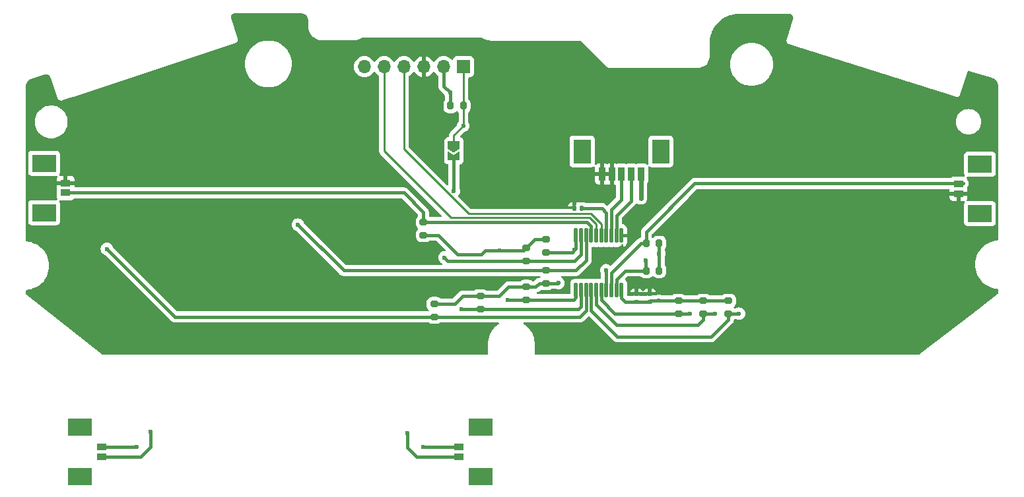
<source format=gbl>
G04 #@! TF.GenerationSoftware,KiCad,Pcbnew,8.0.9*
G04 #@! TF.CreationDate,2025-09-27T12:36:41+09:00*
G04 #@! TF.ProjectId,usb_sfc_pad,7573625f-7366-4635-9f70-61642e6b6963,rev?*
G04 #@! TF.SameCoordinates,Original*
G04 #@! TF.FileFunction,Copper,L2,Bot*
G04 #@! TF.FilePolarity,Positive*
%FSLAX46Y46*%
G04 Gerber Fmt 4.6, Leading zero omitted, Abs format (unit mm)*
G04 Created by KiCad (PCBNEW 8.0.9) date 2025-09-27 12:36:41*
%MOMM*%
%LPD*%
G01*
G04 APERTURE LIST*
G04 Aperture macros list*
%AMRoundRect*
0 Rectangle with rounded corners*
0 $1 Rounding radius*
0 $2 $3 $4 $5 $6 $7 $8 $9 X,Y pos of 4 corners*
0 Add a 4 corners polygon primitive as box body*
4,1,4,$2,$3,$4,$5,$6,$7,$8,$9,$2,$3,0*
0 Add four circle primitives for the rounded corners*
1,1,$1+$1,$2,$3*
1,1,$1+$1,$4,$5*
1,1,$1+$1,$6,$7*
1,1,$1+$1,$8,$9*
0 Add four rect primitives between the rounded corners*
20,1,$1+$1,$2,$3,$4,$5,0*
20,1,$1+$1,$4,$5,$6,$7,0*
20,1,$1+$1,$6,$7,$8,$9,0*
20,1,$1+$1,$8,$9,$2,$3,0*%
%AMFreePoly0*
4,1,6,1.000000,0.000000,0.500000,-0.750000,-0.500000,-0.750000,-0.500000,0.750000,0.500000,0.750000,1.000000,0.000000,1.000000,0.000000,$1*%
%AMFreePoly1*
4,1,6,0.500000,-0.750000,-0.650000,-0.750000,-0.150000,0.000000,-0.650000,0.750000,0.500000,0.750000,0.500000,-0.750000,0.500000,-0.750000,$1*%
G04 Aperture macros list end*
G04 #@! TA.AperFunction,SMDPad,CuDef*
%ADD10R,1.295400X0.889000*%
G04 #@! TD*
G04 #@! TA.AperFunction,SMDPad,CuDef*
%ADD11R,3.098800X2.209800*%
G04 #@! TD*
G04 #@! TA.AperFunction,SMDPad,CuDef*
%ADD12RoundRect,0.200000X-0.275000X0.200000X-0.275000X-0.200000X0.275000X-0.200000X0.275000X0.200000X0*%
G04 #@! TD*
G04 #@! TA.AperFunction,SMDPad,CuDef*
%ADD13RoundRect,0.200000X0.200000X0.275000X-0.200000X0.275000X-0.200000X-0.275000X0.200000X-0.275000X0*%
G04 #@! TD*
G04 #@! TA.AperFunction,SMDPad,CuDef*
%ADD14RoundRect,0.200000X0.275000X-0.200000X0.275000X0.200000X-0.275000X0.200000X-0.275000X-0.200000X0*%
G04 #@! TD*
G04 #@! TA.AperFunction,SMDPad,CuDef*
%ADD15FreePoly0,270.000000*%
G04 #@! TD*
G04 #@! TA.AperFunction,SMDPad,CuDef*
%ADD16FreePoly1,270.000000*%
G04 #@! TD*
G04 #@! TA.AperFunction,SMDPad,CuDef*
%ADD17RoundRect,0.140000X0.170000X-0.140000X0.170000X0.140000X-0.170000X0.140000X-0.170000X-0.140000X0*%
G04 #@! TD*
G04 #@! TA.AperFunction,SMDPad,CuDef*
%ADD18RoundRect,0.140000X-0.140000X-0.170000X0.140000X-0.170000X0.140000X0.170000X-0.140000X0.170000X0*%
G04 #@! TD*
G04 #@! TA.AperFunction,SMDPad,CuDef*
%ADD19R,0.812800X1.701800*%
G04 #@! TD*
G04 #@! TA.AperFunction,SMDPad,CuDef*
%ADD20R,2.209800X3.098800*%
G04 #@! TD*
G04 #@! TA.AperFunction,SMDPad,CuDef*
%ADD21RoundRect,0.112500X0.112500X-0.837500X0.112500X0.837500X-0.112500X0.837500X-0.112500X-0.837500X0*%
G04 #@! TD*
G04 #@! TA.AperFunction,ComponentPad*
%ADD22R,1.700000X1.700000*%
G04 #@! TD*
G04 #@! TA.AperFunction,ComponentPad*
%ADD23O,1.700000X1.700000*%
G04 #@! TD*
G04 #@! TA.AperFunction,ViaPad*
%ADD24C,0.600000*%
G04 #@! TD*
G04 #@! TA.AperFunction,Conductor*
%ADD25C,0.400000*%
G04 #@! TD*
G04 #@! TA.AperFunction,Conductor*
%ADD26C,0.200000*%
G04 #@! TD*
G04 #@! TA.AperFunction,Conductor*
%ADD27C,0.600000*%
G04 #@! TD*
G04 #@! TA.AperFunction,Conductor*
%ADD28C,0.250000*%
G04 #@! TD*
G04 APERTURE END LIST*
D10*
X147454200Y-138825000D03*
X147454200Y-140075000D03*
D11*
X150204200Y-142625000D03*
X150204200Y-136275000D03*
D10*
X101600000Y-140100000D03*
X101600000Y-138850000D03*
D11*
X98850000Y-136300000D03*
X98850000Y-142650000D03*
D10*
X211504200Y-105075000D03*
X211504200Y-106325000D03*
D11*
X214254200Y-108875000D03*
X214254200Y-102525000D03*
D10*
X97000000Y-106200000D03*
X97000000Y-104950000D03*
D11*
X94250000Y-102400000D03*
X94250000Y-108750000D03*
D12*
X182000000Y-120075000D03*
X182000000Y-121725000D03*
X158600000Y-112175000D03*
X158600000Y-113825000D03*
D13*
X173125000Y-116200000D03*
X171475000Y-116200000D03*
D14*
X142900000Y-111625000D03*
X142900000Y-109975000D03*
D12*
X178800000Y-120075000D03*
X178800000Y-121725000D03*
D13*
X148025000Y-95000000D03*
X146375000Y-95000000D03*
D12*
X144300000Y-120475000D03*
X144300000Y-122125000D03*
D15*
X146800000Y-100075000D03*
D16*
X146800000Y-101525000D03*
D12*
X150200000Y-119475000D03*
X150200000Y-121125000D03*
D17*
X171900000Y-120180000D03*
X171900000Y-119220000D03*
D18*
X162220000Y-108200000D03*
X163180000Y-108200000D03*
D19*
X165800000Y-103800000D03*
X167050000Y-103800000D03*
X168300000Y-103800000D03*
X169550000Y-103800000D03*
X170800000Y-103800000D03*
D20*
X173350000Y-100900001D03*
X163250000Y-100900001D03*
D12*
X156100000Y-118275000D03*
X156100000Y-119925000D03*
D14*
X158600000Y-117825000D03*
X158600000Y-116175000D03*
D13*
X173125000Y-112700000D03*
X171475000Y-112700000D03*
D17*
X170200000Y-120180000D03*
X170200000Y-119220000D03*
D12*
X156100000Y-113275000D03*
X156100000Y-114925000D03*
X175600000Y-120075000D03*
X175600000Y-121725000D03*
D21*
X168300000Y-118700000D03*
X167650000Y-118700000D03*
X167000000Y-118700000D03*
X166350000Y-118700000D03*
X165700000Y-118700000D03*
X165050000Y-118700000D03*
X164400000Y-118700000D03*
X163750000Y-118700000D03*
X163100000Y-118700000D03*
X162450000Y-118700000D03*
X162450000Y-111700000D03*
X163100000Y-111700000D03*
X163750000Y-111700000D03*
X164400000Y-111700000D03*
X165050000Y-111700000D03*
X165700000Y-111700000D03*
X166350000Y-111700000D03*
X167000000Y-111700000D03*
X167650000Y-111700000D03*
X168300000Y-111700000D03*
D22*
X148020000Y-90000000D03*
D23*
X145480000Y-90000000D03*
X142940000Y-90000000D03*
X140400000Y-90000000D03*
X137860000Y-90000000D03*
X135320000Y-90000000D03*
D24*
X142940000Y-92660000D03*
X170775000Y-106925000D03*
X173125000Y-114000000D03*
X152700000Y-113610295D03*
X173100000Y-120075000D03*
X146300000Y-93300000D03*
X160200000Y-117800000D03*
X180275000Y-121725000D03*
X162250000Y-113550000D03*
X126800000Y-110300000D03*
X171400000Y-114900000D03*
X146800000Y-106000000D03*
X145600000Y-114500000D03*
X153725000Y-119925000D03*
X147800000Y-121125000D03*
X148000000Y-97600000D03*
X166350000Y-116150000D03*
X102300000Y-113400000D03*
X183375000Y-121725000D03*
X177075000Y-121725000D03*
X107900000Y-136900000D03*
X106150000Y-138850000D03*
X142900000Y-138850000D03*
X140800000Y-137100000D03*
D25*
X147429200Y-140100000D02*
X147454200Y-140075000D01*
X142000000Y-140100000D02*
X147429200Y-140100000D01*
X140800000Y-138900000D02*
X142000000Y-140100000D01*
X140800000Y-137100000D02*
X140800000Y-138900000D01*
X107900000Y-138800000D02*
X107900000Y-136900000D01*
X106600000Y-140100000D02*
X107900000Y-138800000D01*
X101600000Y-140100000D02*
X106600000Y-140100000D01*
X101600000Y-138850000D02*
X106150000Y-138850000D01*
X147429200Y-138850000D02*
X147454200Y-138825000D01*
X142900000Y-138850000D02*
X147429200Y-138850000D01*
X142940000Y-90000000D02*
X142940000Y-92660000D01*
X157200000Y-112175000D02*
X156100000Y-113275000D01*
X155764705Y-113610295D02*
X152700000Y-113610295D01*
D26*
X156125000Y-118300000D02*
X156100000Y-118275000D01*
D25*
X178800000Y-120075000D02*
X175600000Y-120075000D01*
D27*
X170800000Y-103800000D02*
X170775000Y-103825000D01*
D25*
X146375000Y-93375000D02*
X146300000Y-93300000D01*
X174100000Y-120075000D02*
X173100000Y-120075000D01*
X168780000Y-120180000D02*
X170200000Y-120180000D01*
X152700000Y-113610295D02*
X150789705Y-113610295D01*
X156100000Y-118275000D02*
X153825000Y-118275000D01*
X173125000Y-120050000D02*
X173100000Y-120075000D01*
X150300000Y-114100000D02*
X147300000Y-114100000D01*
X146300000Y-93300000D02*
X145500000Y-92500000D01*
X157775000Y-117825000D02*
X157300000Y-118300000D01*
X144825000Y-111625000D02*
X142900000Y-111625000D01*
X171900000Y-120180000D02*
X170200000Y-120180000D01*
X168300000Y-118700000D02*
X168300000Y-119700000D01*
X150200000Y-119475000D02*
X147925000Y-119475000D01*
X147300000Y-114100000D02*
X144825000Y-111625000D01*
X172005000Y-120075000D02*
X171900000Y-120180000D01*
D26*
X145500000Y-90020000D02*
X145480000Y-90000000D01*
D25*
X152625000Y-119475000D02*
X150200000Y-119475000D01*
X146375000Y-95000000D02*
X146375000Y-93375000D01*
X173125000Y-114000000D02*
X173125000Y-116200000D01*
X158600000Y-112175000D02*
X157200000Y-112175000D01*
X160175000Y-117825000D02*
X160200000Y-117800000D01*
X156100000Y-113275000D02*
X155764705Y-113610295D01*
X158600000Y-117825000D02*
X157775000Y-117825000D01*
X145500000Y-92500000D02*
X145500000Y-90020000D01*
X150789705Y-113610295D02*
X150300000Y-114100000D01*
X158600000Y-117825000D02*
X160175000Y-117825000D01*
X146925000Y-120475000D02*
X144300000Y-120475000D01*
D27*
X170775000Y-103825000D02*
X170775000Y-106925000D01*
D25*
X147925000Y-119475000D02*
X146925000Y-120475000D01*
X182000000Y-120075000D02*
X178800000Y-120075000D01*
X153825000Y-118275000D02*
X152625000Y-119475000D01*
X173125000Y-112700000D02*
X173125000Y-114000000D01*
X173100000Y-120075000D02*
X172005000Y-120075000D01*
X157300000Y-118300000D02*
X156125000Y-118300000D01*
X175600000Y-120075000D02*
X174100000Y-120075000D01*
X168300000Y-119700000D02*
X168780000Y-120180000D01*
X166350000Y-108750000D02*
X166350000Y-111700000D01*
X163180000Y-108200000D02*
X165800000Y-108200000D01*
X165800000Y-108200000D02*
X166350000Y-108750000D01*
X178100000Y-123200000D02*
X167700000Y-123200000D01*
X165050000Y-120550000D02*
X165050000Y-118700000D01*
X178800000Y-122500000D02*
X178100000Y-123200000D01*
X167700000Y-123200000D02*
X165050000Y-120550000D01*
X178800000Y-121725000D02*
X178800000Y-122500000D01*
X178800000Y-121725000D02*
X180275000Y-121725000D01*
X162250000Y-113550000D02*
X161975000Y-113825000D01*
X162450000Y-113350000D02*
X162250000Y-113550000D01*
X161975000Y-113825000D02*
X158600000Y-113825000D01*
X162450000Y-111700000D02*
X162450000Y-113350000D01*
X163750000Y-114850000D02*
X162425000Y-116175000D01*
X132675000Y-116175000D02*
X158600000Y-116175000D01*
X162425000Y-116175000D02*
X158600000Y-116175000D01*
X126800000Y-110300000D02*
X132675000Y-116175000D01*
X163750000Y-111700000D02*
X163750000Y-114850000D01*
X168800000Y-116200000D02*
X171475000Y-116200000D01*
X167650000Y-118700000D02*
X167650000Y-117350000D01*
X171400000Y-114900000D02*
X171400000Y-116125000D01*
X167650000Y-117350000D02*
X168800000Y-116200000D01*
X171400000Y-116125000D02*
X171475000Y-116200000D01*
X168300000Y-103800000D02*
X168275000Y-103825000D01*
X167000000Y-108400000D02*
X167000000Y-111700000D01*
X168275000Y-107125000D02*
X167000000Y-108400000D01*
X168275000Y-103825000D02*
X168275000Y-107125000D01*
X162275000Y-114925000D02*
X156100000Y-114925000D01*
X163100000Y-114100000D02*
X162275000Y-114925000D01*
X146800000Y-101525000D02*
X146800000Y-106000000D01*
X163100000Y-111700000D02*
X163100000Y-114100000D01*
X146025000Y-114925000D02*
X156100000Y-114925000D01*
X145600000Y-114500000D02*
X146025000Y-114925000D01*
X162175000Y-119925000D02*
X156100000Y-119925000D01*
X153700000Y-119900000D02*
X153725000Y-119925000D01*
X162450000Y-118700000D02*
X162450000Y-119650000D01*
X156100000Y-119925000D02*
X153725000Y-119925000D01*
X162450000Y-119650000D02*
X162175000Y-119925000D01*
X163100000Y-120800000D02*
X162775000Y-121125000D01*
X147725000Y-121125000D02*
X147700000Y-121100000D01*
X163100000Y-118700000D02*
X163100000Y-120800000D01*
X162775000Y-121125000D02*
X150200000Y-121125000D01*
X150200000Y-121125000D02*
X147800000Y-121125000D01*
X147800000Y-121125000D02*
X147725000Y-121125000D01*
X171475000Y-112700000D02*
X171475000Y-111225000D01*
X171475000Y-112700000D02*
X170800000Y-112700000D01*
X170800000Y-112700000D02*
X167000000Y-116500000D01*
X167000000Y-116500000D02*
X167000000Y-118700000D01*
X177700000Y-105000000D02*
X212100000Y-105000000D01*
X171475000Y-111225000D02*
X177700000Y-105000000D01*
D28*
X165050000Y-111700000D02*
X165050000Y-110250000D01*
X165050000Y-110250000D02*
X164200000Y-109400000D01*
X146400000Y-109400000D02*
X137860000Y-100860000D01*
X164200000Y-109400000D02*
X146400000Y-109400000D01*
X137860000Y-100860000D02*
X137860000Y-90000000D01*
X148025000Y-95000000D02*
X148025000Y-90005000D01*
X148025000Y-97575000D02*
X148000000Y-97600000D01*
X148025000Y-95000000D02*
X148025000Y-97575000D01*
D25*
X166350000Y-118700000D02*
X166350000Y-116150000D01*
D28*
X146800000Y-98800000D02*
X146800000Y-100075000D01*
X148000000Y-97600000D02*
X146800000Y-98800000D01*
D26*
X148025000Y-90005000D02*
X148020000Y-90000000D01*
D25*
X169525000Y-107275000D02*
X167650000Y-109150000D01*
X167650000Y-109150000D02*
X167650000Y-111700000D01*
X169550000Y-103800000D02*
X169525000Y-103825000D01*
X169525000Y-103825000D02*
X169525000Y-107275000D01*
X111025000Y-122125000D02*
X102300000Y-113400000D01*
X163750000Y-121350000D02*
X162975000Y-122125000D01*
X144300000Y-122125000D02*
X111025000Y-122125000D01*
X163750000Y-118700000D02*
X163750000Y-121350000D01*
X162975000Y-122125000D02*
X144300000Y-122125000D01*
X179800000Y-124700000D02*
X167800000Y-124700000D01*
X164400000Y-121300000D02*
X164400000Y-118700000D01*
X182000000Y-121725000D02*
X182000000Y-122500000D01*
X182000000Y-121725000D02*
X183375000Y-121725000D01*
X167800000Y-124700000D02*
X164400000Y-121300000D01*
X182000000Y-122500000D02*
X179800000Y-124700000D01*
D28*
X148700000Y-108900000D02*
X140400000Y-100600000D01*
X164400000Y-108900000D02*
X148700000Y-108900000D01*
X165700000Y-110200000D02*
X164400000Y-108900000D01*
X140400000Y-100600000D02*
X140400000Y-90000000D01*
X165700000Y-111700000D02*
X165700000Y-110200000D01*
D25*
X167425000Y-121725000D02*
X165700000Y-120000000D01*
X175600000Y-121725000D02*
X177075000Y-121725000D01*
X165700000Y-120000000D02*
X165700000Y-118700000D01*
X175600000Y-121725000D02*
X167425000Y-121725000D01*
X96950000Y-106200000D02*
X97000000Y-106250000D01*
X164400000Y-110500000D02*
X163875000Y-109975000D01*
X142900000Y-108700000D02*
X140400000Y-106200000D01*
X140400000Y-106200000D02*
X96950000Y-106200000D01*
X164400000Y-111700000D02*
X164400000Y-110500000D01*
X97000000Y-106250000D02*
X97200000Y-106250000D01*
X163875000Y-109975000D02*
X142900000Y-109975000D01*
X142900000Y-109975000D02*
X142900000Y-108700000D01*
G04 #@! TA.AperFunction,Conductor*
G36*
X127210002Y-83169401D02*
G01*
X127269802Y-83169400D01*
X127281955Y-83169996D01*
X127423605Y-83183947D01*
X127447434Y-83188686D01*
X127577790Y-83228229D01*
X127600242Y-83237529D01*
X127720371Y-83301741D01*
X127740582Y-83315246D01*
X127841577Y-83398133D01*
X127845869Y-83401655D01*
X127863058Y-83418844D01*
X127949468Y-83524139D01*
X127962972Y-83544349D01*
X128016983Y-83645404D01*
X128027177Y-83664475D01*
X128036479Y-83686934D01*
X128076016Y-83817284D01*
X128080757Y-83841127D01*
X128094732Y-83983075D01*
X128095329Y-83995228D01*
X128095327Y-84062962D01*
X128095330Y-84063007D01*
X128095330Y-84717828D01*
X128095279Y-84718001D01*
X128095281Y-84888913D01*
X128095282Y-84888923D01*
X128126529Y-85126219D01*
X128126531Y-85126229D01*
X128188483Y-85357416D01*
X128188489Y-85357432D01*
X128280081Y-85578542D01*
X128280086Y-85578552D01*
X128289072Y-85594116D01*
X128375706Y-85744165D01*
X128399767Y-85785837D01*
X128545473Y-85975717D01*
X128545483Y-85975728D01*
X128714701Y-86144939D01*
X128714729Y-86144967D01*
X128904624Y-86290673D01*
X128904626Y-86290674D01*
X128904635Y-86290680D01*
X129048518Y-86373747D01*
X129111912Y-86410346D01*
X129333047Y-86501939D01*
X129564245Y-86563884D01*
X129801551Y-86595122D01*
X129921228Y-86595120D01*
X133988302Y-86595120D01*
X133997709Y-86595120D01*
X133997747Y-86595116D01*
X134038903Y-86595122D01*
X134039036Y-86595123D01*
X134039036Y-86595122D01*
X134039046Y-86595123D01*
X134270798Y-86568602D01*
X134270813Y-86568598D01*
X134270816Y-86568598D01*
X134498029Y-86515906D01*
X134498029Y-86515905D01*
X134498033Y-86515905D01*
X134498037Y-86515903D01*
X134498042Y-86515902D01*
X134556470Y-86495114D01*
X134717803Y-86437715D01*
X134927259Y-86335047D01*
X135032503Y-86267634D01*
X135099402Y-86248051D01*
X150362348Y-86250462D01*
X150429384Y-86270157D01*
X150440371Y-86278102D01*
X150477672Y-86308312D01*
X150491272Y-86319327D01*
X150683139Y-86437718D01*
X150683377Y-86437865D01*
X150683381Y-86437867D01*
X150784884Y-86483802D01*
X150889027Y-86530932D01*
X151104871Y-86597009D01*
X151150759Y-86604839D01*
X151173454Y-86611240D01*
X151175520Y-86611767D01*
X151175526Y-86611770D01*
X151225422Y-86617738D01*
X151231534Y-86618625D01*
X151281079Y-86627089D01*
X151282994Y-86627162D01*
X151306820Y-86627475D01*
X151402678Y-86638943D01*
X151420039Y-86642290D01*
X151440563Y-86647789D01*
X151440565Y-86647789D01*
X151440568Y-86647790D01*
X151469244Y-86647790D01*
X151483970Y-86648667D01*
X151503825Y-86651042D01*
X151512436Y-86652073D01*
X151512436Y-86652072D01*
X151512437Y-86652073D01*
X151531872Y-86649280D01*
X151533466Y-86649051D01*
X151551104Y-86647790D01*
X162956220Y-86647790D01*
X163023259Y-86667475D01*
X163043145Y-86683359D01*
X166388364Y-89971594D01*
X166389121Y-89972345D01*
X166433910Y-90017134D01*
X166435051Y-90017995D01*
X166435891Y-90018633D01*
X166437148Y-90019597D01*
X166492227Y-90050769D01*
X166493016Y-90051219D01*
X166546768Y-90082253D01*
X166548057Y-90082997D01*
X166549502Y-90083581D01*
X166550460Y-90083973D01*
X166551836Y-90084542D01*
X166551954Y-90084572D01*
X166551957Y-90084574D01*
X166613220Y-90100426D01*
X166614102Y-90100658D01*
X166675238Y-90117040D01*
X166675241Y-90117040D01*
X166675360Y-90117072D01*
X166676789Y-90117248D01*
X166677862Y-90117385D01*
X166679405Y-90117588D01*
X166679538Y-90117586D01*
X166679539Y-90117587D01*
X166742635Y-90117045D01*
X166743700Y-90117040D01*
X178097419Y-90117040D01*
X178097423Y-90117041D01*
X178163315Y-90117040D01*
X178229202Y-90117040D01*
X178237657Y-90117040D01*
X178237818Y-90117029D01*
X178274465Y-90117029D01*
X178274466Y-90117029D01*
X178494030Y-90082252D01*
X178705450Y-90013556D01*
X178903521Y-89912633D01*
X179083367Y-89781968D01*
X179154386Y-89710950D01*
X182215527Y-89710950D01*
X182235720Y-90044789D01*
X182235720Y-90044794D01*
X182235721Y-90044795D01*
X182296008Y-90373771D01*
X182296009Y-90373775D01*
X182296010Y-90373779D01*
X182395502Y-90693063D01*
X182395506Y-90693074D01*
X182395507Y-90693077D01*
X182395509Y-90693082D01*
X182532774Y-90998072D01*
X182705800Y-91284292D01*
X182705805Y-91284300D01*
X182912067Y-91547573D01*
X183148556Y-91784062D01*
X183411829Y-91990324D01*
X183411834Y-91990327D01*
X183411838Y-91990330D01*
X183698058Y-92163356D01*
X184003048Y-92300621D01*
X184003058Y-92300624D01*
X184003066Y-92300627D01*
X184099729Y-92330748D01*
X184322359Y-92400122D01*
X184651335Y-92460409D01*
X184985180Y-92480603D01*
X185319025Y-92460409D01*
X185648001Y-92400122D01*
X185967312Y-92300621D01*
X186272302Y-92163356D01*
X186558522Y-91990330D01*
X186560782Y-91988560D01*
X186755558Y-91835962D01*
X186821800Y-91784065D01*
X187058295Y-91547570D01*
X187223501Y-91336700D01*
X187264554Y-91284300D01*
X187264554Y-91284298D01*
X187264560Y-91284292D01*
X187437586Y-90998072D01*
X187574851Y-90693082D01*
X187579603Y-90677834D01*
X187598787Y-90616267D01*
X187674352Y-90373771D01*
X187734639Y-90044795D01*
X187754833Y-89710950D01*
X187734639Y-89377105D01*
X187674352Y-89048129D01*
X187630583Y-88907669D01*
X187574857Y-88728836D01*
X187574853Y-88728825D01*
X187574851Y-88728818D01*
X187437586Y-88423828D01*
X187264560Y-88137608D01*
X187264557Y-88137604D01*
X187264554Y-88137599D01*
X187058292Y-87874326D01*
X186821803Y-87637837D01*
X186558530Y-87431575D01*
X186558522Y-87431570D01*
X186272302Y-87258544D01*
X185967312Y-87121279D01*
X185967307Y-87121277D01*
X185967304Y-87121276D01*
X185967293Y-87121272D01*
X185648009Y-87021780D01*
X185648005Y-87021779D01*
X185648001Y-87021778D01*
X185319025Y-86961491D01*
X185319024Y-86961490D01*
X185319019Y-86961490D01*
X184985180Y-86941297D01*
X184651340Y-86961490D01*
X184651335Y-86961491D01*
X184322359Y-87021778D01*
X184322356Y-87021778D01*
X184322350Y-87021780D01*
X184003066Y-87121272D01*
X184003055Y-87121276D01*
X183698062Y-87258542D01*
X183698060Y-87258543D01*
X183411829Y-87431575D01*
X183148556Y-87637837D01*
X182912067Y-87874326D01*
X182705805Y-88137599D01*
X182532773Y-88423830D01*
X182532772Y-88423832D01*
X182395506Y-88728825D01*
X182395502Y-88728836D01*
X182296010Y-89048120D01*
X182296008Y-89048126D01*
X182296008Y-89048129D01*
X182269804Y-89191120D01*
X182235720Y-89377110D01*
X182215527Y-89710950D01*
X179154386Y-89710950D01*
X179240558Y-89624779D01*
X179371225Y-89444935D01*
X179472150Y-89246864D01*
X179540848Y-89035445D01*
X179575628Y-88815881D01*
X179575628Y-88785058D01*
X179575630Y-88785041D01*
X179575630Y-88704710D01*
X179575630Y-88704708D01*
X179575632Y-88638839D01*
X179575630Y-88638834D01*
X179575631Y-88631255D01*
X179575630Y-88631221D01*
X179575630Y-87067630D01*
X179575631Y-87067627D01*
X179575630Y-87004783D01*
X179575779Y-86998700D01*
X179578456Y-86944190D01*
X179593653Y-86634788D01*
X179594846Y-86622683D01*
X179596465Y-86611770D01*
X179647856Y-86265299D01*
X179650229Y-86253371D01*
X179677383Y-86144963D01*
X179738017Y-85902891D01*
X179741536Y-85891288D01*
X179863259Y-85551084D01*
X179867914Y-85539850D01*
X179893655Y-85485424D01*
X180022385Y-85213242D01*
X180028112Y-85202525D01*
X180213865Y-84892611D01*
X180220612Y-84882515D01*
X180435838Y-84592314D01*
X180443542Y-84582924D01*
X180686188Y-84315202D01*
X180694778Y-84306612D01*
X180962500Y-84063962D01*
X180971885Y-84056261D01*
X181262091Y-83841027D01*
X181272178Y-83834287D01*
X181582091Y-83648531D01*
X181592812Y-83642802D01*
X181800967Y-83544351D01*
X181919427Y-83488323D01*
X181930644Y-83483676D01*
X182270846Y-83361949D01*
X182282454Y-83358427D01*
X182632938Y-83270636D01*
X182644869Y-83268262D01*
X183002254Y-83215249D01*
X183014354Y-83214057D01*
X183313676Y-83199352D01*
X183377454Y-83196219D01*
X183383538Y-83196070D01*
X183447192Y-83196070D01*
X189707840Y-83196070D01*
X189707868Y-83196071D01*
X189716488Y-83196070D01*
X189716492Y-83196072D01*
X189775097Y-83196070D01*
X189789616Y-83196922D01*
X189894621Y-83209304D01*
X189922870Y-83216061D01*
X190015222Y-83250001D01*
X190041119Y-83263142D01*
X190123048Y-83317643D01*
X190145173Y-83336445D01*
X190206534Y-83402445D01*
X190212171Y-83408508D01*
X190229322Y-83431954D01*
X190271859Y-83507261D01*
X190277711Y-83517620D01*
X190288936Y-83544411D01*
X190316066Y-83638981D01*
X190320751Y-83667652D01*
X190325133Y-83765942D01*
X190323019Y-83794914D01*
X190303038Y-83898667D01*
X190299454Y-83912765D01*
X189770218Y-85578542D01*
X189497248Y-86437718D01*
X189482606Y-86483803D01*
X189469183Y-86526049D01*
X189463147Y-86657693D01*
X189463147Y-86657699D01*
X189491386Y-86786413D01*
X189491387Y-86786416D01*
X189551981Y-86903442D01*
X189551984Y-86903447D01*
X189629895Y-86988847D01*
X189640801Y-87000801D01*
X189673570Y-87021778D01*
X189751787Y-87071850D01*
X189751788Y-87071850D01*
X189751791Y-87071852D01*
X211026996Y-93831244D01*
X211027001Y-93831247D01*
X211041181Y-93835752D01*
X211166778Y-93875656D01*
X211283561Y-93881011D01*
X211299777Y-93883715D01*
X211314734Y-93882440D01*
X211316800Y-93882534D01*
X211332368Y-93874245D01*
X211427146Y-93853453D01*
X211544174Y-93792858D01*
X211641531Y-93704040D01*
X211712582Y-93593049D01*
X212616282Y-90748660D01*
X212616303Y-90748610D01*
X212624065Y-90724178D01*
X212633413Y-90694749D01*
X212636315Y-90685614D01*
X212643621Y-90667631D01*
X212644165Y-90666546D01*
X212660572Y-90633782D01*
X212683090Y-90602307D01*
X212702734Y-90582356D01*
X212733855Y-90559358D01*
X212758701Y-90546432D01*
X212795394Y-90534150D01*
X212823012Y-90529513D01*
X212861708Y-90529142D01*
X212899333Y-90534716D01*
X212918228Y-90539049D01*
X215839162Y-91454458D01*
X215839172Y-91454463D01*
X215905091Y-91475122D01*
X215915634Y-91478958D01*
X216013356Y-91519608D01*
X216060951Y-91539407D01*
X216080783Y-91549851D01*
X216208108Y-91632405D01*
X216225732Y-91646245D01*
X216269655Y-91687679D01*
X216336105Y-91750364D01*
X216350952Y-91767155D01*
X216440789Y-91889457D01*
X216452367Y-91908639D01*
X216518712Y-92045105D01*
X216526650Y-92066067D01*
X216567344Y-92212251D01*
X216571379Y-92234301D01*
X216585621Y-92391275D01*
X216586128Y-92402481D01*
X216586127Y-92470758D01*
X216586130Y-92470803D01*
X216586130Y-112192190D01*
X216566445Y-112259229D01*
X216513641Y-112304984D01*
X216474169Y-112315604D01*
X216298977Y-112332693D01*
X216298961Y-112332695D01*
X215965812Y-112402446D01*
X215642221Y-112508081D01*
X215332081Y-112648331D01*
X215332075Y-112648334D01*
X215039051Y-112821539D01*
X214766642Y-113025632D01*
X214766631Y-113025640D01*
X214518097Y-113258175D01*
X214518082Y-113258190D01*
X214518082Y-113258191D01*
X214486288Y-113295219D01*
X214296336Y-113516442D01*
X214104047Y-113797304D01*
X214104040Y-113797316D01*
X213943494Y-114097453D01*
X213816595Y-114413303D01*
X213816593Y-114413308D01*
X213724860Y-114741091D01*
X213724859Y-114741097D01*
X213669377Y-115076934D01*
X213669376Y-115076943D01*
X213650811Y-115416801D01*
X213650811Y-115416815D01*
X213669378Y-115756673D01*
X213669379Y-115756679D01*
X213669379Y-115756683D01*
X213669380Y-115756688D01*
X213704745Y-115970750D01*
X213724863Y-116092520D01*
X213724864Y-116092528D01*
X213816597Y-116420303D01*
X213816599Y-116420309D01*
X213943499Y-116736158D01*
X213943507Y-116736175D01*
X214100934Y-117030472D01*
X214104054Y-117036304D01*
X214296347Y-117317172D01*
X214518092Y-117575420D01*
X214766651Y-117807975D01*
X215039064Y-118012069D01*
X215332089Y-118185273D01*
X215642238Y-118325525D01*
X215642242Y-118325526D01*
X215642246Y-118325528D01*
X215965812Y-118431153D01*
X215965823Y-118431156D01*
X216197657Y-118479693D01*
X216298983Y-118500908D01*
X216298988Y-118500909D01*
X216383829Y-118509183D01*
X216474167Y-118517994D01*
X216538979Y-118544093D01*
X216579392Y-118601089D01*
X216586130Y-118641408D01*
X216586130Y-119098629D01*
X216566445Y-119165668D01*
X216538055Y-119196667D01*
X213273325Y-121725003D01*
X206562799Y-126921899D01*
X206522771Y-126952898D01*
X206457714Y-126978383D01*
X206446846Y-126978860D01*
X157292410Y-126978860D01*
X157225371Y-126959175D01*
X157179616Y-126906371D01*
X157168410Y-126854860D01*
X157168410Y-125659588D01*
X157168650Y-125655825D01*
X157168411Y-125585368D01*
X157168410Y-125584947D01*
X157168410Y-125514562D01*
X157168081Y-125509693D01*
X157167726Y-125416935D01*
X157165835Y-125400500D01*
X157129526Y-125084862D01*
X157112110Y-125009010D01*
X157054728Y-124759087D01*
X157054726Y-124759078D01*
X156944249Y-124443603D01*
X156799459Y-124142329D01*
X156710080Y-123999500D01*
X156622149Y-123858985D01*
X156622140Y-123858972D01*
X156414493Y-123597047D01*
X156414485Y-123597038D01*
X156179065Y-123359762D01*
X156179064Y-123359761D01*
X156179061Y-123359758D01*
X155918765Y-123150055D01*
X155857875Y-123111283D01*
X155768065Y-123054095D01*
X155722089Y-123001483D01*
X155711856Y-122932367D01*
X155740615Y-122868690D01*
X155799234Y-122830670D01*
X155834667Y-122825500D01*
X163043996Y-122825500D01*
X163152457Y-122803925D01*
X163179328Y-122798580D01*
X163243069Y-122772177D01*
X163306807Y-122745777D01*
X163306808Y-122745776D01*
X163306811Y-122745775D01*
X163421543Y-122669114D01*
X164012319Y-122078338D01*
X164073642Y-122044853D01*
X164143333Y-122049837D01*
X164187681Y-122078338D01*
X167353451Y-125244109D01*
X167353454Y-125244112D01*
X167404824Y-125278436D01*
X167468192Y-125320777D01*
X167595667Y-125373578D01*
X167595672Y-125373580D01*
X167595676Y-125373580D01*
X167595677Y-125373581D01*
X167731004Y-125400500D01*
X167731007Y-125400500D01*
X179868996Y-125400500D01*
X179960040Y-125382389D01*
X180004328Y-125373580D01*
X180068069Y-125347177D01*
X180131807Y-125320777D01*
X180131808Y-125320776D01*
X180131811Y-125320775D01*
X180246543Y-125244114D01*
X182544114Y-122946543D01*
X182620775Y-122831811D01*
X182622216Y-122828334D01*
X182673578Y-122704332D01*
X182673580Y-122704328D01*
X182682389Y-122660040D01*
X182700500Y-122568996D01*
X182700500Y-122549500D01*
X182720185Y-122482461D01*
X182772989Y-122436706D01*
X182824500Y-122425500D01*
X182949506Y-122425500D01*
X183015477Y-122444506D01*
X183025474Y-122450787D01*
X183025475Y-122450787D01*
X183025478Y-122450789D01*
X183164686Y-122499500D01*
X183195745Y-122510368D01*
X183195750Y-122510369D01*
X183374996Y-122530565D01*
X183375000Y-122530565D01*
X183375004Y-122530565D01*
X183554249Y-122510369D01*
X183554252Y-122510368D01*
X183554255Y-122510368D01*
X183724522Y-122450789D01*
X183877262Y-122354816D01*
X184004816Y-122227262D01*
X184100789Y-122074522D01*
X184160368Y-121904255D01*
X184180565Y-121725000D01*
X184160368Y-121545745D01*
X184100789Y-121375478D01*
X184097050Y-121369528D01*
X184011857Y-121233944D01*
X184004816Y-121222738D01*
X183877262Y-121095184D01*
X183868716Y-121089814D01*
X183724523Y-120999211D01*
X183554254Y-120939631D01*
X183554249Y-120939630D01*
X183375004Y-120919435D01*
X183374996Y-120919435D01*
X183195750Y-120939630D01*
X183195745Y-120939631D01*
X183025474Y-120999212D01*
X183015477Y-121005494D01*
X182949506Y-121024500D01*
X182816520Y-121024500D01*
X182749481Y-121004815D01*
X182728926Y-120988269D01*
X182728838Y-120988181D01*
X182728423Y-120987766D01*
X182694879Y-120926479D01*
X182699794Y-120856783D01*
X182728336Y-120812320D01*
X182830472Y-120710185D01*
X182918478Y-120564606D01*
X182969086Y-120402196D01*
X182975500Y-120331616D01*
X182975500Y-119818384D01*
X182969086Y-119747804D01*
X182918478Y-119585394D01*
X182830472Y-119439815D01*
X182830470Y-119439813D01*
X182830469Y-119439811D01*
X182710188Y-119319530D01*
X182660729Y-119289631D01*
X182564606Y-119231522D01*
X182402196Y-119180914D01*
X182402194Y-119180913D01*
X182402192Y-119180913D01*
X182352778Y-119176423D01*
X182331616Y-119174500D01*
X181668384Y-119174500D01*
X181649145Y-119176248D01*
X181597807Y-119180913D01*
X181435393Y-119231522D01*
X181289811Y-119319530D01*
X181289810Y-119319531D01*
X181271161Y-119338181D01*
X181209838Y-119371666D01*
X181183480Y-119374500D01*
X179616520Y-119374500D01*
X179549481Y-119354815D01*
X179528839Y-119338181D01*
X179510188Y-119319530D01*
X179460729Y-119289631D01*
X179364606Y-119231522D01*
X179202196Y-119180914D01*
X179202194Y-119180913D01*
X179202192Y-119180913D01*
X179152778Y-119176423D01*
X179131616Y-119174500D01*
X178468384Y-119174500D01*
X178449145Y-119176248D01*
X178397807Y-119180913D01*
X178235393Y-119231522D01*
X178089811Y-119319530D01*
X178089810Y-119319531D01*
X178071161Y-119338181D01*
X178009838Y-119371666D01*
X177983480Y-119374500D01*
X176416520Y-119374500D01*
X176349481Y-119354815D01*
X176328839Y-119338181D01*
X176310188Y-119319530D01*
X176260729Y-119289631D01*
X176164606Y-119231522D01*
X176002196Y-119180914D01*
X176002194Y-119180913D01*
X176002192Y-119180913D01*
X175952778Y-119176423D01*
X175931616Y-119174500D01*
X175268384Y-119174500D01*
X175249145Y-119176248D01*
X175197807Y-119180913D01*
X175035393Y-119231522D01*
X174889811Y-119319530D01*
X174889810Y-119319531D01*
X174871161Y-119338181D01*
X174809838Y-119371666D01*
X174783480Y-119374500D01*
X173525494Y-119374500D01*
X173459523Y-119355494D01*
X173449525Y-119349212D01*
X173279254Y-119289631D01*
X173279249Y-119289630D01*
X173100004Y-119269435D01*
X173099996Y-119269435D01*
X172920750Y-119289630D01*
X172920745Y-119289631D01*
X172750474Y-119349212D01*
X172740477Y-119355494D01*
X172674506Y-119374500D01*
X171936006Y-119374500D01*
X171900001Y-119381662D01*
X171900000Y-119381662D01*
X171827590Y-119396065D01*
X171827589Y-119396065D01*
X171822295Y-119397118D01*
X171798110Y-119399500D01*
X171665302Y-119399500D01*
X171629008Y-119402356D01*
X171629002Y-119402357D01*
X171473610Y-119447503D01*
X171473605Y-119447506D01*
X171464766Y-119452732D01*
X171401648Y-119470000D01*
X170698352Y-119470000D01*
X170635233Y-119452732D01*
X170626395Y-119447506D01*
X170626393Y-119447505D01*
X170626389Y-119447503D01*
X170470997Y-119402357D01*
X170470991Y-119402356D01*
X170434697Y-119399500D01*
X170434690Y-119399500D01*
X169965310Y-119399500D01*
X169965302Y-119399500D01*
X169929008Y-119402356D01*
X169929002Y-119402357D01*
X169773610Y-119447503D01*
X169773605Y-119447506D01*
X169764766Y-119452732D01*
X169701648Y-119470000D01*
X169371906Y-119470000D01*
X169369569Y-119471744D01*
X169326403Y-119479500D01*
X169149499Y-119479500D01*
X169082460Y-119459815D01*
X169036705Y-119407011D01*
X169025499Y-119355500D01*
X169025499Y-118970000D01*
X169395496Y-118970000D01*
X169950000Y-118970000D01*
X169950000Y-118441210D01*
X169949999Y-118441209D01*
X170450000Y-118441209D01*
X170450000Y-118970000D01*
X171650000Y-118970000D01*
X172150000Y-118970000D01*
X172704504Y-118970000D01*
X172662031Y-118823804D01*
X172579721Y-118684625D01*
X172579714Y-118684616D01*
X172465383Y-118570285D01*
X172465374Y-118570278D01*
X172326195Y-118487968D01*
X172326190Y-118487966D01*
X172170918Y-118442855D01*
X172170912Y-118442854D01*
X172150000Y-118441209D01*
X172150000Y-118970000D01*
X171650000Y-118970000D01*
X171650000Y-118441210D01*
X171649999Y-118441209D01*
X171629087Y-118442854D01*
X171629081Y-118442855D01*
X171473809Y-118487966D01*
X171473804Y-118487968D01*
X171334625Y-118570278D01*
X171334616Y-118570285D01*
X171220285Y-118684616D01*
X171220278Y-118684625D01*
X171156732Y-118792077D01*
X171105663Y-118839761D01*
X171036921Y-118852264D01*
X170972332Y-118825619D01*
X170943268Y-118792077D01*
X170879721Y-118684625D01*
X170879714Y-118684616D01*
X170765383Y-118570285D01*
X170765374Y-118570278D01*
X170626195Y-118487968D01*
X170626190Y-118487966D01*
X170470918Y-118442855D01*
X170470912Y-118442854D01*
X170450000Y-118441209D01*
X169949999Y-118441209D01*
X169929087Y-118442854D01*
X169929081Y-118442855D01*
X169773809Y-118487966D01*
X169773804Y-118487968D01*
X169634625Y-118570278D01*
X169634616Y-118570285D01*
X169520285Y-118684616D01*
X169520278Y-118684625D01*
X169437968Y-118823804D01*
X169395496Y-118970000D01*
X169025499Y-118970000D01*
X169025499Y-117800606D01*
X169025498Y-117800584D01*
X169022765Y-117765847D01*
X169022765Y-117765844D01*
X168979555Y-117617113D01*
X168900715Y-117483802D01*
X168900713Y-117483800D01*
X168900710Y-117483796D01*
X168791466Y-117374552D01*
X168757981Y-117313229D01*
X168762965Y-117243537D01*
X168791466Y-117199190D01*
X168885842Y-117104815D01*
X169053838Y-116936819D01*
X169115161Y-116903334D01*
X169141519Y-116900500D01*
X170658480Y-116900500D01*
X170725519Y-116920185D01*
X170746161Y-116936819D01*
X170839811Y-117030469D01*
X170839813Y-117030470D01*
X170839815Y-117030472D01*
X170985394Y-117118478D01*
X171147804Y-117169086D01*
X171218384Y-117175500D01*
X171218387Y-117175500D01*
X171731613Y-117175500D01*
X171731616Y-117175500D01*
X171802196Y-117169086D01*
X171964606Y-117118478D01*
X172110185Y-117030472D01*
X172157551Y-116983106D01*
X172212319Y-116928339D01*
X172273642Y-116894854D01*
X172343334Y-116899838D01*
X172387681Y-116928339D01*
X172489811Y-117030469D01*
X172489813Y-117030470D01*
X172489815Y-117030472D01*
X172635394Y-117118478D01*
X172797804Y-117169086D01*
X172868384Y-117175500D01*
X172868387Y-117175500D01*
X173381613Y-117175500D01*
X173381616Y-117175500D01*
X173452196Y-117169086D01*
X173614606Y-117118478D01*
X173760185Y-117030472D01*
X173880472Y-116910185D01*
X173968478Y-116764606D01*
X174019086Y-116602196D01*
X174025500Y-116531616D01*
X174025500Y-115868384D01*
X174019086Y-115797804D01*
X173968478Y-115635394D01*
X173880472Y-115489815D01*
X173880470Y-115489813D01*
X173880469Y-115489811D01*
X173861819Y-115471161D01*
X173828334Y-115409838D01*
X173825500Y-115383480D01*
X173825500Y-114425493D01*
X173844508Y-114359519D01*
X173850787Y-114349525D01*
X173850786Y-114349525D01*
X173850789Y-114349522D01*
X173910368Y-114179255D01*
X173910369Y-114179249D01*
X173930565Y-114000003D01*
X173930565Y-113999996D01*
X173910369Y-113820750D01*
X173910366Y-113820737D01*
X173850790Y-113650479D01*
X173844506Y-113640478D01*
X173825500Y-113574507D01*
X173825500Y-113516519D01*
X173845185Y-113449480D01*
X173861821Y-113428836D01*
X173880469Y-113410188D01*
X173880472Y-113410185D01*
X173968478Y-113264606D01*
X174019086Y-113102196D01*
X174025500Y-113031616D01*
X174025500Y-112368384D01*
X174019086Y-112297804D01*
X173968478Y-112135394D01*
X173880472Y-111989815D01*
X173880470Y-111989813D01*
X173880469Y-111989811D01*
X173760188Y-111869530D01*
X173732035Y-111852511D01*
X173614606Y-111781522D01*
X173452196Y-111730914D01*
X173452194Y-111730913D01*
X173452192Y-111730913D01*
X173402778Y-111726423D01*
X173381616Y-111724500D01*
X172868384Y-111724500D01*
X172849145Y-111726248D01*
X172797807Y-111730913D01*
X172635393Y-111781522D01*
X172489813Y-111869529D01*
X172387680Y-111971662D01*
X172326357Y-112005146D01*
X172256665Y-112000162D01*
X172212230Y-111971573D01*
X172211731Y-111971073D01*
X172178307Y-111909717D01*
X172175500Y-111883480D01*
X172175500Y-111566518D01*
X172195185Y-111499479D01*
X172211819Y-111478837D01*
X176873312Y-106817344D01*
X210356500Y-106817344D01*
X210362901Y-106876872D01*
X210362903Y-106876879D01*
X210413145Y-107011586D01*
X210413149Y-107011593D01*
X210499309Y-107126687D01*
X210499312Y-107126690D01*
X210614406Y-107212850D01*
X210614413Y-107212854D01*
X210749120Y-107263096D01*
X210749127Y-107263098D01*
X210808655Y-107269499D01*
X210808672Y-107269500D01*
X211254200Y-107269500D01*
X211754200Y-107269500D01*
X212199727Y-107269500D01*
X212200118Y-107269479D01*
X212200207Y-107269500D01*
X212203049Y-107269500D01*
X212203049Y-107270171D01*
X212268117Y-107285538D01*
X212316639Y-107335811D01*
X212330279Y-107404336D01*
X212306038Y-107467611D01*
X212261004Y-107527768D01*
X212261002Y-107527771D01*
X212210708Y-107662617D01*
X212204373Y-107721545D01*
X212204301Y-107722223D01*
X212204300Y-107722235D01*
X212204300Y-110027770D01*
X212204301Y-110027776D01*
X212210708Y-110087383D01*
X212261002Y-110222228D01*
X212261006Y-110222235D01*
X212347252Y-110337444D01*
X212347255Y-110337447D01*
X212462464Y-110423693D01*
X212462471Y-110423697D01*
X212597317Y-110473991D01*
X212597316Y-110473991D01*
X212604244Y-110474735D01*
X212656927Y-110480400D01*
X215851472Y-110480399D01*
X215911083Y-110473991D01*
X216045931Y-110423696D01*
X216161146Y-110337446D01*
X216247396Y-110222231D01*
X216297691Y-110087383D01*
X216304100Y-110027773D01*
X216304099Y-107722228D01*
X216297691Y-107662617D01*
X216295181Y-107655888D01*
X216247397Y-107527771D01*
X216247393Y-107527764D01*
X216161147Y-107412555D01*
X216161144Y-107412552D01*
X216045935Y-107326306D01*
X216045928Y-107326302D01*
X215911082Y-107276008D01*
X215911083Y-107276008D01*
X215851483Y-107269601D01*
X215851481Y-107269600D01*
X215851473Y-107269600D01*
X215851464Y-107269600D01*
X212656907Y-107269600D01*
X212656270Y-107269635D01*
X212656126Y-107269600D01*
X212653608Y-107269601D01*
X212653608Y-107269005D01*
X212588278Y-107253548D01*
X212539777Y-107203254D01*
X212526166Y-107134723D01*
X212550403Y-107071498D01*
X212595254Y-107011585D01*
X212645496Y-106876879D01*
X212645498Y-106876872D01*
X212651899Y-106817344D01*
X212651900Y-106817327D01*
X212651900Y-106575000D01*
X211754200Y-106575000D01*
X211754200Y-107269500D01*
X211254200Y-107269500D01*
X211254200Y-106575000D01*
X210356500Y-106575000D01*
X210356500Y-106817344D01*
X176873312Y-106817344D01*
X177953837Y-105736819D01*
X178015160Y-105703334D01*
X178041518Y-105700500D01*
X210232760Y-105700500D01*
X210299799Y-105720185D01*
X210345554Y-105772989D01*
X210356243Y-105829351D01*
X210356500Y-105829351D01*
X210356500Y-105830704D01*
X210356582Y-105831137D01*
X210356500Y-105832666D01*
X210356500Y-106075000D01*
X212651900Y-106075000D01*
X212651900Y-105832672D01*
X212651899Y-105832655D01*
X212645498Y-105773127D01*
X212645497Y-105773124D01*
X212634653Y-105744049D01*
X212629668Y-105674357D01*
X212634647Y-105657395D01*
X212645991Y-105626983D01*
X212652400Y-105567373D01*
X212652399Y-105471756D01*
X212672083Y-105404718D01*
X212673247Y-105402939D01*
X212720775Y-105331811D01*
X212773580Y-105204328D01*
X212791240Y-105115547D01*
X212800500Y-105068995D01*
X212800500Y-104931004D01*
X212773581Y-104795677D01*
X212773580Y-104795676D01*
X212773580Y-104795672D01*
X212773578Y-104795667D01*
X212720778Y-104668195D01*
X212720776Y-104668191D01*
X212720775Y-104668189D01*
X212667181Y-104587980D01*
X212646993Y-104532339D01*
X212645991Y-104523018D01*
X212645990Y-104523015D01*
X212595697Y-104388171D01*
X212595696Y-104388169D01*
X212551052Y-104328533D01*
X212526636Y-104263070D01*
X212541487Y-104194797D01*
X212590892Y-104145391D01*
X212653606Y-104131169D01*
X212653606Y-104130400D01*
X212656926Y-104130399D01*
X212656927Y-104130400D01*
X215851472Y-104130399D01*
X215911083Y-104123991D01*
X216045931Y-104073696D01*
X216161146Y-103987446D01*
X216247396Y-103872231D01*
X216297691Y-103737383D01*
X216304100Y-103677773D01*
X216304099Y-101372228D01*
X216297691Y-101312617D01*
X216253147Y-101193189D01*
X216247397Y-101177771D01*
X216247393Y-101177764D01*
X216161146Y-101062554D01*
X216161144Y-101062552D01*
X216045935Y-100976306D01*
X216045928Y-100976302D01*
X215911082Y-100926008D01*
X215911083Y-100926008D01*
X215851483Y-100919601D01*
X215851481Y-100919600D01*
X215851473Y-100919600D01*
X215851464Y-100919600D01*
X212656929Y-100919600D01*
X212656923Y-100919601D01*
X212597316Y-100926008D01*
X212462471Y-100976302D01*
X212462464Y-100976306D01*
X212347255Y-101062552D01*
X212347254Y-101062554D01*
X212261006Y-101177764D01*
X212261002Y-101177771D01*
X212210708Y-101312617D01*
X212206668Y-101350198D01*
X212204301Y-101372223D01*
X212204300Y-101372235D01*
X212204300Y-103677770D01*
X212204301Y-103677776D01*
X212210708Y-103737383D01*
X212261002Y-103872228D01*
X212261003Y-103872229D01*
X212261004Y-103872231D01*
X212303446Y-103928926D01*
X212305646Y-103931865D01*
X212330063Y-103997329D01*
X212315212Y-104065602D01*
X212265806Y-104115008D01*
X212203094Y-104129238D01*
X212203094Y-104130000D01*
X210808629Y-104130000D01*
X210808623Y-104130001D01*
X210749016Y-104136408D01*
X210614171Y-104186702D01*
X210614169Y-104186704D01*
X210496532Y-104274767D01*
X210431068Y-104299184D01*
X210422221Y-104299500D01*
X177631003Y-104299500D01*
X177522590Y-104321065D01*
X177522589Y-104321065D01*
X177506379Y-104324289D01*
X177495669Y-104326420D01*
X177474259Y-104335289D01*
X177368191Y-104379223D01*
X177268592Y-104445774D01*
X177253457Y-104455886D01*
X177253451Y-104455891D01*
X170930888Y-110778453D01*
X170930887Y-110778454D01*
X170854222Y-110893192D01*
X170801421Y-111020667D01*
X170801420Y-111020671D01*
X170801420Y-111020672D01*
X170784534Y-111105565D01*
X170784534Y-111105566D01*
X170774500Y-111156006D01*
X170774500Y-111883480D01*
X170754815Y-111950519D01*
X170738181Y-111971161D01*
X170731185Y-111978157D01*
X170669862Y-112011642D01*
X170667696Y-112012093D01*
X170595677Y-112026418D01*
X170595667Y-112026421D01*
X170468192Y-112079222D01*
X170353454Y-112155887D01*
X167006256Y-115503085D01*
X166944933Y-115536570D01*
X166875241Y-115531586D01*
X166852603Y-115520398D01*
X166699523Y-115424211D01*
X166529254Y-115364631D01*
X166529249Y-115364630D01*
X166350004Y-115344435D01*
X166349996Y-115344435D01*
X166170750Y-115364630D01*
X166170745Y-115364631D01*
X166000476Y-115424211D01*
X165847737Y-115520184D01*
X165720184Y-115647737D01*
X165624211Y-115800476D01*
X165564631Y-115970745D01*
X165564630Y-115970750D01*
X165544435Y-116149996D01*
X165544435Y-116150003D01*
X165564630Y-116329249D01*
X165564631Y-116329254D01*
X165624212Y-116499525D01*
X165630492Y-116509519D01*
X165649500Y-116575493D01*
X165649500Y-117125500D01*
X165629815Y-117192539D01*
X165577011Y-117238294D01*
X165528008Y-117248965D01*
X165528021Y-117249290D01*
X165528023Y-117249310D01*
X165528022Y-117249310D01*
X165528026Y-117249406D01*
X165525583Y-117249501D01*
X165490844Y-117252235D01*
X165490843Y-117252235D01*
X165409592Y-117275839D01*
X165340407Y-117275839D01*
X165259159Y-117252236D01*
X165259160Y-117252236D01*
X165259156Y-117252235D01*
X165259153Y-117252234D01*
X165259150Y-117252234D01*
X165228912Y-117249854D01*
X165224405Y-117249500D01*
X165224404Y-117249500D01*
X164875606Y-117249500D01*
X164875584Y-117249501D01*
X164840844Y-117252235D01*
X164840843Y-117252235D01*
X164759592Y-117275839D01*
X164690407Y-117275839D01*
X164609159Y-117252236D01*
X164609160Y-117252236D01*
X164609156Y-117252235D01*
X164609153Y-117252234D01*
X164609150Y-117252234D01*
X164578912Y-117249854D01*
X164574405Y-117249500D01*
X164574404Y-117249500D01*
X164225606Y-117249500D01*
X164225584Y-117249501D01*
X164190844Y-117252235D01*
X164190843Y-117252235D01*
X164109592Y-117275839D01*
X164040407Y-117275839D01*
X163959159Y-117252236D01*
X163959160Y-117252236D01*
X163959156Y-117252235D01*
X163959153Y-117252234D01*
X163959150Y-117252234D01*
X163928912Y-117249854D01*
X163924405Y-117249500D01*
X163924404Y-117249500D01*
X163575606Y-117249500D01*
X163575584Y-117249501D01*
X163540844Y-117252235D01*
X163540843Y-117252235D01*
X163459592Y-117275839D01*
X163390407Y-117275839D01*
X163309159Y-117252236D01*
X163309160Y-117252236D01*
X163309156Y-117252235D01*
X163309153Y-117252234D01*
X163309150Y-117252234D01*
X163278912Y-117249854D01*
X163274405Y-117249500D01*
X163274404Y-117249500D01*
X162925606Y-117249500D01*
X162925584Y-117249501D01*
X162890844Y-117252235D01*
X162890843Y-117252235D01*
X162809592Y-117275839D01*
X162740407Y-117275839D01*
X162659159Y-117252236D01*
X162659160Y-117252236D01*
X162659156Y-117252235D01*
X162659153Y-117252234D01*
X162659150Y-117252234D01*
X162628912Y-117249854D01*
X162624405Y-117249500D01*
X162624404Y-117249500D01*
X162275606Y-117249500D01*
X162275584Y-117249501D01*
X162240847Y-117252234D01*
X162205950Y-117262372D01*
X162092113Y-117295445D01*
X162092111Y-117295445D01*
X162092111Y-117295446D01*
X161958805Y-117374282D01*
X161958796Y-117374289D01*
X161849289Y-117483796D01*
X161849282Y-117483805D01*
X161780861Y-117599500D01*
X161770445Y-117617113D01*
X161750792Y-117684761D01*
X161727234Y-117765847D01*
X161727234Y-117765849D01*
X161724500Y-117800589D01*
X161724500Y-117800595D01*
X161724500Y-118500909D01*
X161724501Y-119100500D01*
X161704816Y-119167539D01*
X161652013Y-119213294D01*
X161600501Y-119224500D01*
X157501862Y-119224500D01*
X157434823Y-119204815D01*
X157389068Y-119152011D01*
X157379124Y-119082853D01*
X157408149Y-119019297D01*
X157466927Y-118981523D01*
X157477670Y-118978883D01*
X157494676Y-118975500D01*
X157504328Y-118973580D01*
X157607396Y-118930888D01*
X157631807Y-118920777D01*
X157631808Y-118920776D01*
X157631811Y-118920775D01*
X157746543Y-118844114D01*
X157896795Y-118693860D01*
X157958117Y-118660375D01*
X158027808Y-118665359D01*
X158035373Y-118668468D01*
X158035390Y-118668475D01*
X158035394Y-118668478D01*
X158197804Y-118719086D01*
X158268384Y-118725500D01*
X158268387Y-118725500D01*
X158931613Y-118725500D01*
X158931616Y-118725500D01*
X159002196Y-118719086D01*
X159164606Y-118668478D01*
X159310185Y-118580472D01*
X159319338Y-118571319D01*
X159328839Y-118561819D01*
X159390162Y-118528334D01*
X159416520Y-118525500D01*
X159828584Y-118525500D01*
X159869539Y-118532459D01*
X160020737Y-118585366D01*
X160020743Y-118585367D01*
X160020745Y-118585368D01*
X160020746Y-118585368D01*
X160020750Y-118585369D01*
X160199996Y-118605565D01*
X160200000Y-118605565D01*
X160200004Y-118605565D01*
X160379249Y-118585369D01*
X160379252Y-118585368D01*
X160379255Y-118585368D01*
X160549522Y-118525789D01*
X160702262Y-118429816D01*
X160829816Y-118302262D01*
X160925789Y-118149522D01*
X160985368Y-117979255D01*
X160987784Y-117957811D01*
X161005565Y-117800003D01*
X161005565Y-117799996D01*
X160985369Y-117620750D01*
X160985368Y-117620745D01*
X160969186Y-117574500D01*
X160925789Y-117450478D01*
X160829816Y-117297738D01*
X160702262Y-117170184D01*
X160597716Y-117104493D01*
X160551426Y-117052159D01*
X160540778Y-116983106D01*
X160569153Y-116919257D01*
X160627543Y-116880885D01*
X160663689Y-116875500D01*
X162493996Y-116875500D01*
X162585040Y-116857389D01*
X162629328Y-116848580D01*
X162693069Y-116822177D01*
X162756807Y-116795777D01*
X162756808Y-116795776D01*
X162756811Y-116795775D01*
X162871543Y-116719114D01*
X164294114Y-115296543D01*
X164370775Y-115181811D01*
X164423580Y-115054328D01*
X164450500Y-114918994D01*
X164450500Y-114781006D01*
X164450500Y-113274499D01*
X164470185Y-113207460D01*
X164522989Y-113161705D01*
X164571991Y-113151044D01*
X164571978Y-113150709D01*
X164571977Y-113150690D01*
X164571977Y-113150689D01*
X164571974Y-113150594D01*
X164574390Y-113150499D01*
X164574404Y-113150499D01*
X164609156Y-113147765D01*
X164690408Y-113124159D01*
X164759592Y-113124159D01*
X164840844Y-113147765D01*
X164875595Y-113150500D01*
X165224404Y-113150499D01*
X165259156Y-113147765D01*
X165340408Y-113124159D01*
X165409592Y-113124159D01*
X165490844Y-113147765D01*
X165525595Y-113150500D01*
X165874404Y-113150499D01*
X165909156Y-113147765D01*
X165990408Y-113124159D01*
X166059592Y-113124159D01*
X166140844Y-113147765D01*
X166175595Y-113150500D01*
X166524404Y-113150499D01*
X166559156Y-113147765D01*
X166640408Y-113124159D01*
X166709592Y-113124159D01*
X166790844Y-113147765D01*
X166825595Y-113150500D01*
X167174404Y-113150499D01*
X167209156Y-113147765D01*
X167290408Y-113124159D01*
X167359592Y-113124159D01*
X167440844Y-113147765D01*
X167475595Y-113150500D01*
X167824404Y-113150499D01*
X167859156Y-113147765D01*
X167941304Y-113123899D01*
X168010492Y-113123899D01*
X168075000Y-113142641D01*
X168075000Y-113135592D01*
X168094685Y-113068553D01*
X168135885Y-113028857D01*
X168139906Y-113026479D01*
X168141198Y-113025715D01*
X168250715Y-112916198D01*
X168250901Y-112915885D01*
X168294268Y-112842554D01*
X168345336Y-112794870D01*
X168414078Y-112782366D01*
X168478668Y-112809011D01*
X168518598Y-112866346D01*
X168525000Y-112905674D01*
X168525000Y-113142640D01*
X168525001Y-113142641D01*
X168657681Y-113104093D01*
X168657684Y-113104092D01*
X168790885Y-113025317D01*
X168790894Y-113025311D01*
X168900311Y-112915894D01*
X168900317Y-112915885D01*
X168979092Y-112782684D01*
X168979093Y-112782681D01*
X169022265Y-112634084D01*
X169022267Y-112634073D01*
X169024999Y-112599359D01*
X169025000Y-112599346D01*
X169025000Y-111925000D01*
X168499499Y-111925000D01*
X168432460Y-111905315D01*
X168386705Y-111852511D01*
X168375499Y-111801002D01*
X168375499Y-111598998D01*
X168395184Y-111531961D01*
X168447988Y-111486206D01*
X168499499Y-111475000D01*
X169024999Y-111475000D01*
X169024999Y-110800658D01*
X169024998Y-110800636D01*
X169022266Y-110765921D01*
X168979093Y-110617318D01*
X168979092Y-110617315D01*
X168900317Y-110484114D01*
X168900311Y-110484105D01*
X168790894Y-110374688D01*
X168790885Y-110374682D01*
X168657684Y-110295907D01*
X168657681Y-110295906D01*
X168509084Y-110252734D01*
X168509073Y-110252732D01*
X168474359Y-110250000D01*
X168471926Y-110249905D01*
X168471929Y-110249809D01*
X168471926Y-110249809D01*
X168471933Y-110249713D01*
X168471951Y-110249251D01*
X168407461Y-110230315D01*
X168361706Y-110177511D01*
X168350500Y-110126000D01*
X168350500Y-109491518D01*
X168370185Y-109424479D01*
X168386819Y-109403837D01*
X169227837Y-108562819D01*
X170069113Y-107721543D01*
X170084078Y-107699148D01*
X170087027Y-107694735D01*
X170124450Y-107638726D01*
X170140800Y-107614255D01*
X170194411Y-107569450D01*
X170263736Y-107560741D01*
X170309873Y-107578149D01*
X170338159Y-107595923D01*
X170341040Y-107597790D01*
X170395821Y-107634394D01*
X170396606Y-107634719D01*
X170415134Y-107644289D01*
X170425478Y-107650789D01*
X170486175Y-107672028D01*
X170492607Y-107674484D01*
X170521021Y-107686253D01*
X170541497Y-107694735D01*
X170541498Y-107694735D01*
X170541503Y-107694737D01*
X170555139Y-107697449D01*
X170571898Y-107702023D01*
X170595745Y-107710368D01*
X170646714Y-107716110D01*
X170656992Y-107717709D01*
X170679649Y-107722216D01*
X170696157Y-107725500D01*
X170696158Y-107725500D01*
X170723085Y-107725500D01*
X170736969Y-107726280D01*
X170774998Y-107730565D01*
X170775000Y-107730565D01*
X170775002Y-107730565D01*
X170813031Y-107726280D01*
X170826915Y-107725500D01*
X170853841Y-107725500D01*
X170853842Y-107725500D01*
X170893017Y-107717707D01*
X170903283Y-107716110D01*
X170954255Y-107710368D01*
X170978100Y-107702023D01*
X170994862Y-107697448D01*
X171008497Y-107694737D01*
X171057389Y-107674484D01*
X171063837Y-107672023D01*
X171124522Y-107650789D01*
X171134868Y-107644287D01*
X171153390Y-107634720D01*
X171154179Y-107634394D01*
X171208987Y-107597771D01*
X171211825Y-107595931D01*
X171277262Y-107554816D01*
X171404816Y-107427262D01*
X171445931Y-107361825D01*
X171447777Y-107358979D01*
X171484394Y-107304179D01*
X171484720Y-107303390D01*
X171494287Y-107284868D01*
X171500789Y-107274522D01*
X171522023Y-107213837D01*
X171524484Y-107207389D01*
X171544737Y-107158497D01*
X171547448Y-107144862D01*
X171552023Y-107128100D01*
X171560368Y-107104255D01*
X171566110Y-107053283D01*
X171567707Y-107043017D01*
X171575500Y-107003842D01*
X171575500Y-106976914D01*
X171576280Y-106963029D01*
X171580565Y-106925001D01*
X171580565Y-106924998D01*
X171576280Y-106886969D01*
X171575500Y-106873085D01*
X171575500Y-105034281D01*
X171595185Y-104967242D01*
X171600215Y-104959996D01*
X171650196Y-104893231D01*
X171700491Y-104758383D01*
X171706900Y-104698773D01*
X171706899Y-102919429D01*
X171726584Y-102852391D01*
X171779387Y-102806636D01*
X171848546Y-102796692D01*
X171905207Y-102820162D01*
X172002765Y-102893194D01*
X172002768Y-102893196D01*
X172002771Y-102893198D01*
X172137617Y-102943492D01*
X172137616Y-102943492D01*
X172144544Y-102944236D01*
X172197227Y-102949901D01*
X174502772Y-102949900D01*
X174562383Y-102943492D01*
X174697231Y-102893197D01*
X174812446Y-102806947D01*
X174898696Y-102691732D01*
X174948991Y-102556884D01*
X174955400Y-102497274D01*
X174955399Y-99302729D01*
X174950199Y-99254358D01*
X174948991Y-99243117D01*
X174898697Y-99108272D01*
X174898693Y-99108265D01*
X174812447Y-98993056D01*
X174812444Y-98993053D01*
X174697235Y-98906807D01*
X174697228Y-98906803D01*
X174562382Y-98856509D01*
X174562383Y-98856509D01*
X174502783Y-98850102D01*
X174502781Y-98850101D01*
X174502773Y-98850101D01*
X174502764Y-98850101D01*
X172197229Y-98850101D01*
X172197223Y-98850102D01*
X172137616Y-98856509D01*
X172002771Y-98906803D01*
X172002764Y-98906807D01*
X171887555Y-98993053D01*
X171887552Y-98993056D01*
X171801306Y-99108265D01*
X171801302Y-99108272D01*
X171751008Y-99243118D01*
X171744601Y-99302717D01*
X171744601Y-99302724D01*
X171744600Y-99302736D01*
X171744600Y-102479070D01*
X171724915Y-102546109D01*
X171672111Y-102591864D01*
X171602953Y-102601808D01*
X171546290Y-102578336D01*
X171448731Y-102505304D01*
X171448728Y-102505302D01*
X171313882Y-102455008D01*
X171313883Y-102455008D01*
X171254283Y-102448601D01*
X171254281Y-102448600D01*
X171254273Y-102448600D01*
X171254264Y-102448600D01*
X170345729Y-102448600D01*
X170345723Y-102448601D01*
X170286116Y-102455008D01*
X170218332Y-102480290D01*
X170148640Y-102485274D01*
X170131668Y-102480290D01*
X170063885Y-102455009D01*
X170063883Y-102455008D01*
X170004283Y-102448601D01*
X170004281Y-102448600D01*
X170004273Y-102448600D01*
X170004264Y-102448600D01*
X169095729Y-102448600D01*
X169095723Y-102448601D01*
X169036116Y-102455008D01*
X168968332Y-102480290D01*
X168898640Y-102485274D01*
X168881668Y-102480290D01*
X168813885Y-102455009D01*
X168813883Y-102455008D01*
X168754283Y-102448601D01*
X168754281Y-102448600D01*
X168754273Y-102448600D01*
X168754264Y-102448600D01*
X167845729Y-102448600D01*
X167845723Y-102448601D01*
X167786116Y-102455008D01*
X167717617Y-102480557D01*
X167647925Y-102485541D01*
X167630952Y-102480557D01*
X167563779Y-102455503D01*
X167563772Y-102455501D01*
X167504244Y-102449100D01*
X167300000Y-102449100D01*
X167300000Y-105150900D01*
X167450500Y-105150900D01*
X167517539Y-105170585D01*
X167563294Y-105223389D01*
X167574500Y-105274900D01*
X167574500Y-106783480D01*
X167554815Y-106850519D01*
X167538181Y-106871161D01*
X166587680Y-107821661D01*
X166526357Y-107855146D01*
X166456665Y-107850162D01*
X166412318Y-107821661D01*
X166246546Y-107655888D01*
X166246545Y-107655887D01*
X166131807Y-107579222D01*
X166004332Y-107526421D01*
X166004322Y-107526418D01*
X165868996Y-107499500D01*
X165868994Y-107499500D01*
X165868993Y-107499500D01*
X163715143Y-107499500D01*
X163652022Y-107482232D01*
X163648701Y-107480268D01*
X163576395Y-107437506D01*
X163576394Y-107437505D01*
X163576393Y-107437505D01*
X163576390Y-107437504D01*
X163420997Y-107392357D01*
X163420991Y-107392356D01*
X163384697Y-107389500D01*
X163384690Y-107389500D01*
X162975310Y-107389500D01*
X162975302Y-107389500D01*
X162939008Y-107392356D01*
X162939002Y-107392357D01*
X162783609Y-107437504D01*
X162783604Y-107437506D01*
X162762628Y-107449911D01*
X162694903Y-107467092D01*
X162636389Y-107449911D01*
X162616191Y-107437966D01*
X162616190Y-107437965D01*
X162470001Y-107395493D01*
X162470000Y-107395494D01*
X162470000Y-107701645D01*
X162452734Y-107764763D01*
X162447507Y-107773600D01*
X162447504Y-107773608D01*
X162402357Y-107929002D01*
X162402356Y-107929008D01*
X162399500Y-107965302D01*
X162399500Y-108076000D01*
X162379815Y-108143039D01*
X162327011Y-108188794D01*
X162275500Y-108200000D01*
X162220000Y-108200000D01*
X162183681Y-108236319D01*
X162181341Y-108233979D01*
X162147511Y-108263294D01*
X162096000Y-108274500D01*
X149010453Y-108274500D01*
X148943414Y-108254815D01*
X148922772Y-108238181D01*
X148634590Y-107949999D01*
X161441209Y-107949999D01*
X161441210Y-107950000D01*
X161970000Y-107950000D01*
X161970000Y-107395494D01*
X161969998Y-107395493D01*
X161823809Y-107437965D01*
X161823806Y-107437967D01*
X161684625Y-107520278D01*
X161684616Y-107520285D01*
X161570285Y-107634616D01*
X161570278Y-107634625D01*
X161487968Y-107773804D01*
X161487966Y-107773809D01*
X161442855Y-107929081D01*
X161442854Y-107929087D01*
X161441209Y-107949999D01*
X148634590Y-107949999D01*
X147396015Y-106711424D01*
X147362530Y-106650101D01*
X147367514Y-106580409D01*
X147396014Y-106536063D01*
X147429816Y-106502262D01*
X147525789Y-106349522D01*
X147585368Y-106179255D01*
X147605565Y-106000000D01*
X147601429Y-105963296D01*
X147585369Y-105820750D01*
X147585366Y-105820737D01*
X147525790Y-105650479D01*
X147519506Y-105640478D01*
X147500500Y-105574507D01*
X147500500Y-104698744D01*
X164893600Y-104698744D01*
X164900001Y-104758272D01*
X164900003Y-104758279D01*
X164950245Y-104892986D01*
X164950249Y-104892993D01*
X165036409Y-105008087D01*
X165036412Y-105008090D01*
X165151506Y-105094250D01*
X165151513Y-105094254D01*
X165286220Y-105144496D01*
X165286227Y-105144498D01*
X165345755Y-105150899D01*
X165345772Y-105150900D01*
X165550000Y-105150900D01*
X166050000Y-105150900D01*
X166254228Y-105150900D01*
X166254244Y-105150899D01*
X166313771Y-105144498D01*
X166381666Y-105119175D01*
X166451357Y-105114191D01*
X166468334Y-105119175D01*
X166536228Y-105144498D01*
X166536227Y-105144498D01*
X166595755Y-105150899D01*
X166595772Y-105150900D01*
X166800000Y-105150900D01*
X166800000Y-104050000D01*
X166050000Y-104050000D01*
X166050000Y-105150900D01*
X165550000Y-105150900D01*
X165550000Y-104050000D01*
X164893600Y-104050000D01*
X164893600Y-104698744D01*
X147500500Y-104698744D01*
X147500500Y-102649488D01*
X147520185Y-102582449D01*
X147572989Y-102536694D01*
X147615655Y-102525804D01*
X147621940Y-102525355D01*
X147759992Y-102484819D01*
X147881032Y-102407031D01*
X147975254Y-102298294D01*
X148035024Y-102167416D01*
X148055500Y-102025000D01*
X148055500Y-100875000D01*
X148055499Y-100874997D01*
X148055499Y-100874978D01*
X148049076Y-100794668D01*
X148049075Y-100794665D01*
X148049075Y-100794662D01*
X148040212Y-100766254D01*
X148035848Y-100711682D01*
X148039669Y-100685107D01*
X148055500Y-100575000D01*
X148055500Y-99575000D01*
X148050355Y-99503060D01*
X148009819Y-99365008D01*
X147969799Y-99302736D01*
X161644600Y-99302736D01*
X161644600Y-102497271D01*
X161644601Y-102497277D01*
X161651008Y-102556884D01*
X161701302Y-102691729D01*
X161701306Y-102691736D01*
X161787552Y-102806945D01*
X161787555Y-102806948D01*
X161902764Y-102893194D01*
X161902771Y-102893198D01*
X162037617Y-102943492D01*
X162037616Y-102943492D01*
X162044544Y-102944236D01*
X162097227Y-102949901D01*
X164402772Y-102949900D01*
X164462383Y-102943492D01*
X164597231Y-102893197D01*
X164666133Y-102841617D01*
X164695289Y-102819791D01*
X164760753Y-102795373D01*
X164829026Y-102810224D01*
X164878432Y-102859629D01*
X164893600Y-102919057D01*
X164893600Y-103550000D01*
X165550000Y-103550000D01*
X166050000Y-103550000D01*
X166800000Y-103550000D01*
X166800000Y-102449100D01*
X166595755Y-102449100D01*
X166536227Y-102455501D01*
X166536217Y-102455503D01*
X166468332Y-102480823D01*
X166398641Y-102485807D01*
X166381668Y-102480823D01*
X166313782Y-102455503D01*
X166313772Y-102455501D01*
X166254244Y-102449100D01*
X166050000Y-102449100D01*
X166050000Y-103550000D01*
X165550000Y-103550000D01*
X165550000Y-102449100D01*
X165345755Y-102449100D01*
X165286227Y-102455501D01*
X165286220Y-102455503D01*
X165151513Y-102505745D01*
X165151507Y-102505749D01*
X165053709Y-102578960D01*
X164988245Y-102603377D01*
X164919972Y-102588525D01*
X164870567Y-102539120D01*
X164855399Y-102479696D01*
X164855399Y-99302729D01*
X164850199Y-99254358D01*
X164848991Y-99243117D01*
X164798697Y-99108272D01*
X164798693Y-99108265D01*
X164712447Y-98993056D01*
X164712444Y-98993053D01*
X164597235Y-98906807D01*
X164597228Y-98906803D01*
X164462382Y-98856509D01*
X164462383Y-98856509D01*
X164402783Y-98850102D01*
X164402781Y-98850101D01*
X164402773Y-98850101D01*
X164402764Y-98850101D01*
X162097229Y-98850101D01*
X162097223Y-98850102D01*
X162037616Y-98856509D01*
X161902771Y-98906803D01*
X161902764Y-98906807D01*
X161787555Y-98993053D01*
X161787552Y-98993056D01*
X161701306Y-99108265D01*
X161701302Y-99108272D01*
X161651008Y-99243118D01*
X161644601Y-99302717D01*
X161644601Y-99302724D01*
X161644600Y-99302736D01*
X147969799Y-99302736D01*
X147932031Y-99243968D01*
X147931050Y-99243118D01*
X147823299Y-99149750D01*
X147823297Y-99149748D01*
X147823294Y-99149746D01*
X147820982Y-99148690D01*
X147692419Y-99089976D01*
X147692415Y-99089975D01*
X147677247Y-99087795D01*
X147613691Y-99058770D01*
X147575917Y-98999992D01*
X147575917Y-98930122D01*
X147607211Y-98877377D01*
X148058379Y-98426209D01*
X148119700Y-98392726D01*
X148132156Y-98390674D01*
X148179255Y-98385368D01*
X148349522Y-98325789D01*
X148502262Y-98229816D01*
X148629816Y-98102262D01*
X148725789Y-97949522D01*
X148785368Y-97779255D01*
X148793840Y-97704065D01*
X148805565Y-97600003D01*
X148805565Y-97599996D01*
X148785369Y-97420750D01*
X148785366Y-97420737D01*
X148725790Y-97250481D01*
X148725789Y-97250478D01*
X148704008Y-97215814D01*
X148669506Y-97160903D01*
X148650500Y-97094931D01*
X148650500Y-97077070D01*
X211169892Y-97077070D01*
X211190053Y-97333252D01*
X211250042Y-97583128D01*
X211348382Y-97820543D01*
X211348384Y-97820546D01*
X211482651Y-98039649D01*
X211482657Y-98039658D01*
X211649545Y-98235059D01*
X211649550Y-98235064D01*
X211844152Y-98401270D01*
X211844955Y-98401955D01*
X211844960Y-98401958D01*
X212064063Y-98536225D01*
X212064066Y-98536227D01*
X212301481Y-98634567D01*
X212406229Y-98659714D01*
X212551355Y-98694556D01*
X212807540Y-98714718D01*
X213063725Y-98694556D01*
X213243692Y-98651349D01*
X213313598Y-98634567D01*
X213313599Y-98634566D01*
X213313601Y-98634566D01*
X213411938Y-98593833D01*
X213551013Y-98536227D01*
X213551014Y-98536226D01*
X213551017Y-98536225D01*
X213770125Y-98401955D01*
X213965532Y-98235062D01*
X214132425Y-98039655D01*
X214266695Y-97820547D01*
X214314944Y-97704065D01*
X214358047Y-97600003D01*
X214365036Y-97583131D01*
X214425026Y-97333255D01*
X214445188Y-97077070D01*
X214425026Y-96820885D01*
X214385979Y-96658242D01*
X214365037Y-96571011D01*
X214266697Y-96333596D01*
X214266695Y-96333593D01*
X214132428Y-96114490D01*
X214132422Y-96114481D01*
X213965534Y-95919080D01*
X213965529Y-95919075D01*
X213770128Y-95752187D01*
X213770119Y-95752181D01*
X213551016Y-95617914D01*
X213551013Y-95617912D01*
X213313598Y-95519572D01*
X213063721Y-95459583D01*
X213063722Y-95459583D01*
X212807540Y-95439422D01*
X212551357Y-95459583D01*
X212301481Y-95519572D01*
X212064066Y-95617912D01*
X212064063Y-95617914D01*
X211844960Y-95752181D01*
X211844951Y-95752187D01*
X211649550Y-95919075D01*
X211649545Y-95919080D01*
X211482657Y-96114481D01*
X211482651Y-96114490D01*
X211348384Y-96333593D01*
X211348382Y-96333596D01*
X211250042Y-96571011D01*
X211190053Y-96820887D01*
X211169892Y-97077070D01*
X148650500Y-97077070D01*
X148650500Y-95891519D01*
X148670185Y-95824480D01*
X148686814Y-95803842D01*
X148780472Y-95710185D01*
X148868478Y-95564606D01*
X148919086Y-95402196D01*
X148925500Y-95331616D01*
X148925500Y-94668384D01*
X148919086Y-94597804D01*
X148868478Y-94435394D01*
X148780472Y-94289815D01*
X148780470Y-94289813D01*
X148780469Y-94289811D01*
X148686819Y-94196161D01*
X148653334Y-94134838D01*
X148650500Y-94108480D01*
X148650500Y-91474499D01*
X148670185Y-91407460D01*
X148722989Y-91361705D01*
X148774500Y-91350499D01*
X148917871Y-91350499D01*
X148917872Y-91350499D01*
X148977483Y-91344091D01*
X149112331Y-91293796D01*
X149227546Y-91207546D01*
X149313796Y-91092331D01*
X149364091Y-90957483D01*
X149370500Y-90897873D01*
X149370499Y-89102128D01*
X149364091Y-89042517D01*
X149362810Y-89039083D01*
X149313797Y-88907671D01*
X149313793Y-88907664D01*
X149227547Y-88792455D01*
X149227544Y-88792452D01*
X149112335Y-88706206D01*
X149112328Y-88706202D01*
X148977482Y-88655908D01*
X148977483Y-88655908D01*
X148917883Y-88649501D01*
X148917881Y-88649500D01*
X148917873Y-88649500D01*
X148917864Y-88649500D01*
X147122129Y-88649500D01*
X147122123Y-88649501D01*
X147062516Y-88655908D01*
X146927671Y-88706202D01*
X146927664Y-88706206D01*
X146812455Y-88792452D01*
X146812452Y-88792455D01*
X146726206Y-88907664D01*
X146726203Y-88907669D01*
X146677189Y-89039083D01*
X146635317Y-89095016D01*
X146569853Y-89119433D01*
X146501580Y-89104581D01*
X146473326Y-89083430D01*
X146351402Y-88961506D01*
X146351395Y-88961501D01*
X146157834Y-88825967D01*
X146157830Y-88825965D01*
X146136205Y-88815881D01*
X145943663Y-88726097D01*
X145943659Y-88726096D01*
X145943655Y-88726094D01*
X145715413Y-88664938D01*
X145715403Y-88664936D01*
X145480001Y-88644341D01*
X145479999Y-88644341D01*
X145244596Y-88664936D01*
X145244586Y-88664938D01*
X145016344Y-88726094D01*
X145016335Y-88726098D01*
X144802171Y-88825964D01*
X144802169Y-88825965D01*
X144608597Y-88961505D01*
X144441508Y-89128594D01*
X144311269Y-89314595D01*
X144256692Y-89358219D01*
X144187193Y-89365412D01*
X144124839Y-89333890D01*
X144108119Y-89314594D01*
X143978113Y-89128926D01*
X143978108Y-89128920D01*
X143811082Y-88961894D01*
X143617578Y-88826399D01*
X143403492Y-88726570D01*
X143403486Y-88726567D01*
X143190000Y-88669364D01*
X143190000Y-89566988D01*
X143132993Y-89534075D01*
X143005826Y-89500000D01*
X142874174Y-89500000D01*
X142747007Y-89534075D01*
X142690000Y-89566988D01*
X142690000Y-88669364D01*
X142689999Y-88669364D01*
X142476513Y-88726567D01*
X142476507Y-88726570D01*
X142262422Y-88826399D01*
X142262420Y-88826400D01*
X142068926Y-88961886D01*
X142068920Y-88961891D01*
X141901891Y-89128920D01*
X141901890Y-89128922D01*
X141771880Y-89314595D01*
X141717303Y-89358219D01*
X141647804Y-89365412D01*
X141585450Y-89333890D01*
X141568730Y-89314594D01*
X141438494Y-89128597D01*
X141271402Y-88961506D01*
X141271395Y-88961501D01*
X141077834Y-88825967D01*
X141077830Y-88825965D01*
X141056205Y-88815881D01*
X140863663Y-88726097D01*
X140863659Y-88726096D01*
X140863655Y-88726094D01*
X140635413Y-88664938D01*
X140635403Y-88664936D01*
X140400001Y-88644341D01*
X140399999Y-88644341D01*
X140164596Y-88664936D01*
X140164586Y-88664938D01*
X139936344Y-88726094D01*
X139936335Y-88726098D01*
X139722171Y-88825964D01*
X139722169Y-88825965D01*
X139528597Y-88961505D01*
X139361505Y-89128597D01*
X139231575Y-89314158D01*
X139176998Y-89357783D01*
X139107500Y-89364977D01*
X139045145Y-89333454D01*
X139028425Y-89314158D01*
X138898494Y-89128597D01*
X138731402Y-88961506D01*
X138731395Y-88961501D01*
X138537834Y-88825967D01*
X138537830Y-88825965D01*
X138516205Y-88815881D01*
X138323663Y-88726097D01*
X138323659Y-88726096D01*
X138323655Y-88726094D01*
X138095413Y-88664938D01*
X138095403Y-88664936D01*
X137860001Y-88644341D01*
X137859999Y-88644341D01*
X137624596Y-88664936D01*
X137624586Y-88664938D01*
X137396344Y-88726094D01*
X137396335Y-88726098D01*
X137182171Y-88825964D01*
X137182169Y-88825965D01*
X136988597Y-88961505D01*
X136821505Y-89128597D01*
X136691575Y-89314158D01*
X136636998Y-89357783D01*
X136567500Y-89364977D01*
X136505145Y-89333454D01*
X136488425Y-89314158D01*
X136358494Y-89128597D01*
X136191402Y-88961506D01*
X136191395Y-88961501D01*
X135997834Y-88825967D01*
X135997830Y-88825965D01*
X135976205Y-88815881D01*
X135783663Y-88726097D01*
X135783659Y-88726096D01*
X135783655Y-88726094D01*
X135555413Y-88664938D01*
X135555403Y-88664936D01*
X135320001Y-88644341D01*
X135319999Y-88644341D01*
X135084596Y-88664936D01*
X135084586Y-88664938D01*
X134856344Y-88726094D01*
X134856335Y-88726098D01*
X134642171Y-88825964D01*
X134642169Y-88825965D01*
X134448597Y-88961505D01*
X134281505Y-89128597D01*
X134145965Y-89322169D01*
X134145964Y-89322171D01*
X134046098Y-89536335D01*
X134046094Y-89536344D01*
X133984938Y-89764586D01*
X133984936Y-89764596D01*
X133964341Y-89999999D01*
X133964341Y-90000000D01*
X133984936Y-90235403D01*
X133984938Y-90235413D01*
X134046094Y-90463655D01*
X134046096Y-90463659D01*
X134046097Y-90463663D01*
X134125801Y-90634588D01*
X134145965Y-90677830D01*
X134145967Y-90677834D01*
X134249228Y-90825305D01*
X134281505Y-90871401D01*
X134448599Y-91038495D01*
X134545384Y-91106265D01*
X134642165Y-91174032D01*
X134642167Y-91174033D01*
X134642170Y-91174035D01*
X134856337Y-91273903D01*
X134856343Y-91273904D01*
X134856344Y-91273905D01*
X134911285Y-91288626D01*
X135084592Y-91335063D01*
X135261034Y-91350500D01*
X135319999Y-91355659D01*
X135320000Y-91355659D01*
X135320001Y-91355659D01*
X135378966Y-91350500D01*
X135555408Y-91335063D01*
X135783663Y-91273903D01*
X135997830Y-91174035D01*
X136191401Y-91038495D01*
X136358495Y-90871401D01*
X136488425Y-90685842D01*
X136543002Y-90642217D01*
X136612500Y-90635023D01*
X136674855Y-90666546D01*
X136691575Y-90685842D01*
X136821501Y-90871396D01*
X136821506Y-90871402D01*
X136988597Y-91038493D01*
X136988603Y-91038498D01*
X137021036Y-91061208D01*
X137181624Y-91173653D01*
X137225248Y-91228228D01*
X137234500Y-91275226D01*
X137234500Y-100921606D01*
X137249841Y-100998731D01*
X137258538Y-101042455D01*
X137258538Y-101042456D01*
X137266862Y-101062550D01*
X137266863Y-101062554D01*
X137305685Y-101156281D01*
X137305687Y-101156284D01*
X137330347Y-101193189D01*
X137330348Y-101193191D01*
X137374141Y-101258733D01*
X137465586Y-101350178D01*
X137465608Y-101350198D01*
X145178229Y-109062819D01*
X145211714Y-109124142D01*
X145206730Y-109193834D01*
X145164858Y-109249767D01*
X145099394Y-109274184D01*
X145090548Y-109274500D01*
X143724500Y-109274500D01*
X143657461Y-109254815D01*
X143611706Y-109202011D01*
X143600500Y-109150500D01*
X143600500Y-108631005D01*
X143586936Y-108562819D01*
X143583525Y-108545671D01*
X143573580Y-108495672D01*
X143520775Y-108368189D01*
X143444114Y-108253457D01*
X143444112Y-108253454D01*
X140846545Y-105655887D01*
X140731807Y-105579222D01*
X140604332Y-105526421D01*
X140604322Y-105526418D01*
X140468996Y-105499500D01*
X140468994Y-105499500D01*
X140468993Y-105499500D01*
X98271700Y-105499500D01*
X98204661Y-105479815D01*
X98158906Y-105427011D01*
X98147700Y-105375500D01*
X98147700Y-105200000D01*
X95852300Y-105200000D01*
X95852300Y-105442344D01*
X95858701Y-105501872D01*
X95858704Y-105501883D01*
X95869546Y-105530953D01*
X95874530Y-105600645D01*
X95869547Y-105617616D01*
X95858208Y-105648017D01*
X95851801Y-105707616D01*
X95851800Y-105707635D01*
X95851800Y-106692370D01*
X95851801Y-106692376D01*
X95858208Y-106751983D01*
X95908502Y-106886828D01*
X95908503Y-106886829D01*
X95908504Y-106886831D01*
X95937078Y-106925001D01*
X95953146Y-106946465D01*
X95977563Y-107011929D01*
X95962712Y-107080202D01*
X95913306Y-107129608D01*
X95850594Y-107143838D01*
X95850594Y-107144600D01*
X92652729Y-107144600D01*
X92652723Y-107144601D01*
X92593116Y-107151008D01*
X92458271Y-107201302D01*
X92458264Y-107201306D01*
X92343055Y-107287552D01*
X92343052Y-107287555D01*
X92256806Y-107402764D01*
X92256802Y-107402771D01*
X92206508Y-107537617D01*
X92200242Y-107595904D01*
X92200101Y-107597223D01*
X92200100Y-107597235D01*
X92200100Y-109902770D01*
X92200101Y-109902776D01*
X92206508Y-109962383D01*
X92256802Y-110097228D01*
X92256806Y-110097235D01*
X92343052Y-110212444D01*
X92343055Y-110212447D01*
X92458264Y-110298693D01*
X92458271Y-110298697D01*
X92593117Y-110348991D01*
X92593116Y-110348991D01*
X92600044Y-110349735D01*
X92652727Y-110355400D01*
X95847272Y-110355399D01*
X95906883Y-110348991D01*
X96041731Y-110298696D01*
X96156946Y-110212446D01*
X96243196Y-110097231D01*
X96293491Y-109962383D01*
X96299900Y-109902773D01*
X96299899Y-107597228D01*
X96293491Y-107537617D01*
X96289315Y-107526421D01*
X96243197Y-107402771D01*
X96243196Y-107402769D01*
X96198553Y-107343134D01*
X96174136Y-107277670D01*
X96188987Y-107209397D01*
X96238392Y-107159991D01*
X96301106Y-107145769D01*
X96301106Y-107145000D01*
X96304426Y-107144999D01*
X96304427Y-107145000D01*
X97695572Y-107144999D01*
X97755183Y-107138591D01*
X97890031Y-107088296D01*
X98005246Y-107002046D01*
X98044067Y-106950188D01*
X98100001Y-106908318D01*
X98143333Y-106900500D01*
X140058481Y-106900500D01*
X140125520Y-106920185D01*
X140146162Y-106936819D01*
X142163181Y-108953838D01*
X142196666Y-109015161D01*
X142199500Y-109041519D01*
X142199500Y-109158480D01*
X142179815Y-109225519D01*
X142163181Y-109246161D01*
X142069531Y-109339810D01*
X142069530Y-109339811D01*
X141981522Y-109485393D01*
X141930913Y-109647807D01*
X141924500Y-109718386D01*
X141924500Y-110231613D01*
X141930913Y-110302192D01*
X141930913Y-110302194D01*
X141930914Y-110302196D01*
X141981522Y-110464606D01*
X142069530Y-110610188D01*
X142171661Y-110712319D01*
X142205146Y-110773642D01*
X142200162Y-110843334D01*
X142171661Y-110887681D01*
X142069531Y-110989810D01*
X142069530Y-110989811D01*
X141981522Y-111135393D01*
X141930913Y-111297807D01*
X141927850Y-111331522D01*
X141924500Y-111368384D01*
X141924500Y-111881616D01*
X141925067Y-111887858D01*
X141930913Y-111952192D01*
X141930913Y-111952194D01*
X141930914Y-111952196D01*
X141981522Y-112114606D01*
X142054076Y-112234625D01*
X142069530Y-112260188D01*
X142189811Y-112380469D01*
X142189813Y-112380470D01*
X142189815Y-112380472D01*
X142335394Y-112468478D01*
X142497804Y-112519086D01*
X142568384Y-112525500D01*
X142568387Y-112525500D01*
X143231613Y-112525500D01*
X143231616Y-112525500D01*
X143302196Y-112519086D01*
X143464606Y-112468478D01*
X143610185Y-112380472D01*
X143618991Y-112371666D01*
X143628839Y-112361819D01*
X143690162Y-112328334D01*
X143716520Y-112325500D01*
X144483481Y-112325500D01*
X144550520Y-112345185D01*
X144571162Y-112361819D01*
X145692097Y-113482754D01*
X145725582Y-113544077D01*
X145720598Y-113613769D01*
X145678726Y-113669702D01*
X145613262Y-113694119D01*
X145604416Y-113694435D01*
X145599996Y-113694435D01*
X145420750Y-113714630D01*
X145420745Y-113714631D01*
X145250476Y-113774211D01*
X145097737Y-113870184D01*
X144970184Y-113997737D01*
X144874211Y-114150476D01*
X144814631Y-114320745D01*
X144814630Y-114320750D01*
X144794435Y-114499996D01*
X144794435Y-114500003D01*
X144814630Y-114679249D01*
X144814631Y-114679254D01*
X144874211Y-114849523D01*
X144905926Y-114899996D01*
X144970184Y-115002262D01*
X145097738Y-115129816D01*
X145188080Y-115186582D01*
X145233052Y-115214840D01*
X145250478Y-115225789D01*
X145271633Y-115233191D01*
X145272395Y-115233458D01*
X145329171Y-115274180D01*
X145354919Y-115339132D01*
X145341463Y-115407694D01*
X145293076Y-115458097D01*
X145231441Y-115474500D01*
X133016519Y-115474500D01*
X132949480Y-115454815D01*
X132928838Y-115438181D01*
X127591367Y-110100710D01*
X127562006Y-110053983D01*
X127552838Y-110027783D01*
X127525789Y-109950478D01*
X127429816Y-109797738D01*
X127302262Y-109670184D01*
X127266649Y-109647807D01*
X127149523Y-109574211D01*
X126979254Y-109514631D01*
X126979249Y-109514630D01*
X126800004Y-109494435D01*
X126799996Y-109494435D01*
X126620750Y-109514630D01*
X126620745Y-109514631D01*
X126450476Y-109574211D01*
X126297737Y-109670184D01*
X126170184Y-109797737D01*
X126074211Y-109950476D01*
X126014631Y-110120745D01*
X126014630Y-110120750D01*
X125994435Y-110299996D01*
X125994435Y-110300003D01*
X126014630Y-110479249D01*
X126014631Y-110479254D01*
X126074211Y-110649523D01*
X126147301Y-110765844D01*
X126170184Y-110802262D01*
X126297738Y-110929816D01*
X126332121Y-110951420D01*
X126442332Y-111020671D01*
X126450478Y-111025789D01*
X126553984Y-111062007D01*
X126600710Y-111091367D01*
X132228453Y-116719111D01*
X132228454Y-116719112D01*
X132343192Y-116795777D01*
X132455699Y-116842378D01*
X132470672Y-116848580D01*
X132470676Y-116848580D01*
X132470677Y-116848581D01*
X132606003Y-116875500D01*
X132606006Y-116875500D01*
X132606007Y-116875500D01*
X157783480Y-116875500D01*
X157850519Y-116895185D01*
X157871161Y-116911819D01*
X157871661Y-116912319D01*
X157905146Y-116973642D01*
X157900162Y-117043334D01*
X157871661Y-117087681D01*
X157871161Y-117088181D01*
X157809838Y-117121666D01*
X157783480Y-117124500D01*
X157706002Y-117124500D01*
X157599570Y-117145670D01*
X157599571Y-117145671D01*
X157570674Y-117151419D01*
X157570660Y-117151423D01*
X157517865Y-117173292D01*
X157443191Y-117204223D01*
X157371338Y-117252235D01*
X157371337Y-117252236D01*
X157328454Y-117280888D01*
X157328453Y-117280889D01*
X157046162Y-117563181D01*
X156984839Y-117596666D01*
X156958481Y-117599500D01*
X156941519Y-117599500D01*
X156874480Y-117579815D01*
X156853837Y-117563180D01*
X156810188Y-117519531D01*
X156810188Y-117519530D01*
X156795677Y-117510758D01*
X156664606Y-117431522D01*
X156502196Y-117380914D01*
X156502194Y-117380913D01*
X156502192Y-117380913D01*
X156452778Y-117376423D01*
X156431616Y-117374500D01*
X155768384Y-117374500D01*
X155749145Y-117376248D01*
X155697807Y-117380913D01*
X155535393Y-117431522D01*
X155389811Y-117519530D01*
X155389810Y-117519531D01*
X155371161Y-117538181D01*
X155309838Y-117571666D01*
X155283480Y-117574500D01*
X153756002Y-117574500D01*
X153649570Y-117595670D01*
X153649571Y-117595671D01*
X153620675Y-117601419D01*
X153620672Y-117601419D01*
X153620671Y-117601420D01*
X153620669Y-117601420D01*
X153620668Y-117601421D01*
X153493190Y-117654224D01*
X153378454Y-117730887D01*
X153378453Y-117730888D01*
X152371162Y-118738181D01*
X152309839Y-118771666D01*
X152283481Y-118774500D01*
X151016520Y-118774500D01*
X150949481Y-118754815D01*
X150928839Y-118738181D01*
X150910188Y-118719530D01*
X150852448Y-118684625D01*
X150764606Y-118631522D01*
X150602196Y-118580914D01*
X150602194Y-118580913D01*
X150602192Y-118580913D01*
X150552778Y-118576423D01*
X150531616Y-118574500D01*
X149868384Y-118574500D01*
X149849145Y-118576248D01*
X149797807Y-118580913D01*
X149635393Y-118631522D01*
X149489811Y-118719530D01*
X149489810Y-118719531D01*
X149471161Y-118738181D01*
X149409838Y-118771666D01*
X149383480Y-118774500D01*
X147856004Y-118774500D01*
X147720677Y-118801418D01*
X147720667Y-118801421D01*
X147593192Y-118854222D01*
X147478454Y-118930887D01*
X147478453Y-118930888D01*
X146671162Y-119738181D01*
X146609839Y-119771666D01*
X146583481Y-119774500D01*
X145116520Y-119774500D01*
X145049481Y-119754815D01*
X145028839Y-119738181D01*
X145010188Y-119719530D01*
X144998036Y-119712184D01*
X144864606Y-119631522D01*
X144702196Y-119580914D01*
X144702194Y-119580913D01*
X144702192Y-119580913D01*
X144652778Y-119576423D01*
X144631616Y-119574500D01*
X143968384Y-119574500D01*
X143949145Y-119576248D01*
X143897807Y-119580913D01*
X143735393Y-119631522D01*
X143589811Y-119719530D01*
X143469530Y-119839811D01*
X143381522Y-119985393D01*
X143330913Y-120147807D01*
X143324500Y-120218386D01*
X143324500Y-120731613D01*
X143330913Y-120802192D01*
X143330913Y-120802194D01*
X143330914Y-120802196D01*
X143346926Y-120853580D01*
X143381522Y-120964606D01*
X143469530Y-121110188D01*
X143571661Y-121212319D01*
X143605146Y-121273642D01*
X143600162Y-121343334D01*
X143571661Y-121387681D01*
X143571161Y-121388181D01*
X143509838Y-121421666D01*
X143483480Y-121424500D01*
X111366518Y-121424500D01*
X111299479Y-121404815D01*
X111278837Y-121388181D01*
X107188394Y-117297738D01*
X103091367Y-113200710D01*
X103062006Y-113153983D01*
X103060860Y-113150709D01*
X103025789Y-113050478D01*
X103024067Y-113047738D01*
X102977433Y-112973520D01*
X102929816Y-112897738D01*
X102802262Y-112770184D01*
X102649523Y-112674211D01*
X102479254Y-112614631D01*
X102479249Y-112614630D01*
X102300004Y-112594435D01*
X102299996Y-112594435D01*
X102120750Y-112614630D01*
X102120745Y-112614631D01*
X101950476Y-112674211D01*
X101797737Y-112770184D01*
X101670184Y-112897737D01*
X101574211Y-113050476D01*
X101514631Y-113220745D01*
X101514630Y-113220750D01*
X101494435Y-113399996D01*
X101494435Y-113400003D01*
X101514630Y-113579249D01*
X101514631Y-113579254D01*
X101574211Y-113749523D01*
X101625876Y-113831747D01*
X101670184Y-113902262D01*
X101797738Y-114029816D01*
X101840656Y-114056783D01*
X101932721Y-114114632D01*
X101950478Y-114125789D01*
X102053984Y-114162007D01*
X102100710Y-114191367D01*
X110480886Y-122571542D01*
X110578456Y-122669112D01*
X110578459Y-122669115D01*
X110693182Y-122745771D01*
X110693186Y-122745773D01*
X110693189Y-122745775D01*
X110767866Y-122776707D01*
X110767867Y-122776707D01*
X110767869Y-122776709D01*
X110820666Y-122798578D01*
X110820671Y-122798580D01*
X110820680Y-122798581D01*
X110820681Y-122798582D01*
X110847545Y-122803925D01*
X110847551Y-122803926D01*
X110847591Y-122803934D01*
X110937937Y-122821905D01*
X110956006Y-122825500D01*
X110956007Y-122825500D01*
X143483480Y-122825500D01*
X143550519Y-122845185D01*
X143571161Y-122861819D01*
X143589811Y-122880469D01*
X143589813Y-122880470D01*
X143589815Y-122880472D01*
X143735394Y-122968478D01*
X143897804Y-123019086D01*
X143968384Y-123025500D01*
X143968387Y-123025500D01*
X144631613Y-123025500D01*
X144631616Y-123025500D01*
X144702196Y-123019086D01*
X144864606Y-122968478D01*
X145010185Y-122880472D01*
X145010189Y-122880468D01*
X145028839Y-122861819D01*
X145090162Y-122828334D01*
X145116520Y-122825500D01*
X152492912Y-122825500D01*
X152559951Y-122845185D01*
X152605706Y-122897989D01*
X152615650Y-122967147D01*
X152586625Y-123030703D01*
X152557149Y-123055564D01*
X152465149Y-123111283D01*
X152465143Y-123111287D01*
X152200205Y-123315093D01*
X152200201Y-123315097D01*
X151959523Y-123547019D01*
X151959514Y-123547028D01*
X151959512Y-123547031D01*
X151892448Y-123627831D01*
X151746031Y-123804236D01*
X151562395Y-124083543D01*
X151410880Y-124381488D01*
X151293352Y-124694395D01*
X151211255Y-125018421D01*
X151211253Y-125018433D01*
X151165611Y-125349543D01*
X151165609Y-125349562D01*
X151163165Y-125442539D01*
X151161308Y-125455498D01*
X151162110Y-125455604D01*
X151161050Y-125463656D01*
X151161050Y-125521472D01*
X151161009Y-125524675D01*
X151159514Y-125582498D01*
X151160365Y-125590554D01*
X151161050Y-125603567D01*
X151161050Y-126854860D01*
X151141365Y-126921899D01*
X151088561Y-126967654D01*
X151037050Y-126978860D01*
X105526271Y-126978860D01*
X105525663Y-126978900D01*
X105481097Y-126978900D01*
X105392788Y-126992886D01*
X105357518Y-126998473D01*
X105338120Y-127000000D01*
X102908693Y-127000000D01*
X102893687Y-126999089D01*
X102699820Y-126975454D01*
X102594095Y-126978798D01*
X102590176Y-126978860D01*
X101780070Y-126978860D01*
X101713031Y-126959175D01*
X101703079Y-126952063D01*
X91970399Y-119243200D01*
X91930069Y-119186145D01*
X91923390Y-119145997D01*
X91923390Y-118774292D01*
X91943075Y-118707253D01*
X91995879Y-118661498D01*
X92037258Y-118650707D01*
X92207509Y-118636750D01*
X92543923Y-118571319D01*
X92871090Y-118469256D01*
X93185035Y-118331801D01*
X93481942Y-118160625D01*
X93758203Y-117957808D01*
X94010461Y-117725814D01*
X94235650Y-117467463D01*
X94247438Y-117450476D01*
X94431024Y-117185908D01*
X94431024Y-117185907D01*
X94431033Y-117185895D01*
X94594237Y-116884531D01*
X94723276Y-116567035D01*
X94816584Y-116237264D01*
X94873026Y-115899226D01*
X94884510Y-115691207D01*
X94891917Y-115557038D01*
X94891917Y-115557021D01*
X94874054Y-115233458D01*
X94873026Y-115214834D01*
X94816584Y-114876796D01*
X94723276Y-114547025D01*
X94594237Y-114229529D01*
X94431033Y-113928165D01*
X94431030Y-113928161D01*
X94431024Y-113928151D01*
X94235658Y-113646607D01*
X94235650Y-113646597D01*
X94010468Y-113388253D01*
X94010464Y-113388249D01*
X94001293Y-113379815D01*
X93881417Y-113269568D01*
X93758209Y-113156257D01*
X93758198Y-113156248D01*
X93481940Y-112953433D01*
X93185035Y-112782259D01*
X93062111Y-112728439D01*
X92871090Y-112644804D01*
X92543923Y-112542741D01*
X92543918Y-112542740D01*
X92207517Y-112477311D01*
X92207493Y-112477308D01*
X92037258Y-112463352D01*
X91972051Y-112438256D01*
X91930764Y-112381890D01*
X91923390Y-112339767D01*
X91923390Y-101247235D01*
X92200100Y-101247235D01*
X92200100Y-103552770D01*
X92200101Y-103552776D01*
X92206508Y-103612383D01*
X92256802Y-103747228D01*
X92256806Y-103747235D01*
X92343052Y-103862444D01*
X92343055Y-103862447D01*
X92458264Y-103948693D01*
X92458271Y-103948697D01*
X92593117Y-103998991D01*
X92593116Y-103998991D01*
X92600044Y-103999735D01*
X92652727Y-104005400D01*
X95847272Y-104005399D01*
X95847280Y-104005399D01*
X95847896Y-104005366D01*
X95848035Y-104005399D01*
X95850592Y-104005399D01*
X95850592Y-104006003D01*
X95915892Y-104021435D01*
X95964407Y-104071715D01*
X95978036Y-104140243D01*
X95953797Y-104203499D01*
X95908947Y-104263410D01*
X95908945Y-104263413D01*
X95858703Y-104398120D01*
X95858701Y-104398127D01*
X95852300Y-104457655D01*
X95852300Y-104700000D01*
X96750000Y-104700000D01*
X97250000Y-104700000D01*
X98147700Y-104700000D01*
X98147700Y-104457672D01*
X98147699Y-104457655D01*
X98141298Y-104398127D01*
X98141296Y-104398120D01*
X98091054Y-104263413D01*
X98091050Y-104263406D01*
X98004890Y-104148312D01*
X98004887Y-104148309D01*
X97889793Y-104062149D01*
X97889786Y-104062145D01*
X97755079Y-104011903D01*
X97755072Y-104011901D01*
X97695544Y-104005500D01*
X97250000Y-104005500D01*
X97250000Y-104700000D01*
X96750000Y-104700000D01*
X96750000Y-104005500D01*
X96304459Y-104005500D01*
X96304047Y-104005522D01*
X96303954Y-104005500D01*
X96301151Y-104005500D01*
X96301151Y-104004837D01*
X96236052Y-103989444D01*
X96187544Y-103939157D01*
X96173923Y-103870628D01*
X96198160Y-103807390D01*
X96243196Y-103747231D01*
X96293491Y-103612383D01*
X96299900Y-103552773D01*
X96299899Y-101247228D01*
X96293491Y-101187617D01*
X96281805Y-101156286D01*
X96243197Y-101052771D01*
X96243193Y-101052764D01*
X96156947Y-100937555D01*
X96156944Y-100937552D01*
X96041735Y-100851306D01*
X96041728Y-100851302D01*
X95906882Y-100801008D01*
X95906883Y-100801008D01*
X95847283Y-100794601D01*
X95847281Y-100794600D01*
X95847273Y-100794600D01*
X95847264Y-100794600D01*
X92652729Y-100794600D01*
X92652723Y-100794601D01*
X92593116Y-100801008D01*
X92458271Y-100851302D01*
X92458264Y-100851306D01*
X92343055Y-100937552D01*
X92343052Y-100937555D01*
X92256806Y-101052764D01*
X92256802Y-101052771D01*
X92206508Y-101187617D01*
X92200101Y-101247216D01*
X92200101Y-101247223D01*
X92200100Y-101247235D01*
X91923390Y-101247235D01*
X91923390Y-97087320D01*
X93057422Y-97087320D01*
X93077031Y-97374000D01*
X93077031Y-97374004D01*
X93077032Y-97374006D01*
X93096528Y-97467825D01*
X93135496Y-97655354D01*
X93135497Y-97655357D01*
X93231724Y-97926113D01*
X93231723Y-97926113D01*
X93363928Y-98181255D01*
X93529642Y-98416020D01*
X93611543Y-98503714D01*
X93725777Y-98626028D01*
X93834791Y-98714717D01*
X93948683Y-98807375D01*
X94194212Y-98956685D01*
X94322803Y-99012539D01*
X94457772Y-99071164D01*
X94734472Y-99148691D01*
X94984750Y-99183091D01*
X95019151Y-99187820D01*
X95019152Y-99187820D01*
X95306509Y-99187820D01*
X95337200Y-99183601D01*
X95591188Y-99148691D01*
X95867888Y-99071164D01*
X96031743Y-98999992D01*
X96131447Y-98956685D01*
X96131450Y-98956683D01*
X96131455Y-98956681D01*
X96376977Y-98807375D01*
X96599883Y-98626028D01*
X96796019Y-98416018D01*
X96961731Y-98181256D01*
X97093934Y-97926117D01*
X97190164Y-97655352D01*
X97248628Y-97374006D01*
X97268238Y-97087320D01*
X97248628Y-96800634D01*
X97190164Y-96519288D01*
X97093935Y-96248526D01*
X97093936Y-96248526D01*
X96961731Y-95993384D01*
X96796017Y-95758619D01*
X96717384Y-95674425D01*
X96599883Y-95548612D01*
X96376977Y-95367265D01*
X96376976Y-95367264D01*
X96131447Y-95217954D01*
X95867893Y-95103478D01*
X95867891Y-95103477D01*
X95867888Y-95103476D01*
X95738408Y-95067197D01*
X95591194Y-95025950D01*
X95591189Y-95025949D01*
X95591188Y-95025949D01*
X95448848Y-95006384D01*
X95306509Y-94986820D01*
X95306508Y-94986820D01*
X95019152Y-94986820D01*
X95019151Y-94986820D01*
X94734472Y-95025949D01*
X94734465Y-95025950D01*
X94526691Y-95084165D01*
X94457772Y-95103476D01*
X94457769Y-95103476D01*
X94457766Y-95103478D01*
X94457765Y-95103478D01*
X94194212Y-95217954D01*
X93948683Y-95367264D01*
X93725780Y-95548609D01*
X93529642Y-95758619D01*
X93363928Y-95993384D01*
X93231724Y-96248526D01*
X93135497Y-96519282D01*
X93135496Y-96519285D01*
X93077031Y-96800639D01*
X93057422Y-97087320D01*
X91923390Y-97087320D01*
X91923390Y-92396806D01*
X91923883Y-92385765D01*
X91935265Y-92258695D01*
X91939194Y-92236944D01*
X91942997Y-92223093D01*
X91971494Y-92119297D01*
X91979219Y-92098600D01*
X92031912Y-91988549D01*
X92043189Y-91969557D01*
X92114596Y-91870617D01*
X92129082Y-91853917D01*
X92201548Y-91784065D01*
X92216913Y-91769253D01*
X92234134Y-91755392D01*
X92335615Y-91687675D01*
X92355021Y-91677095D01*
X92472349Y-91626125D01*
X92482722Y-91622163D01*
X94302608Y-91019091D01*
X94303159Y-91018948D01*
X94310677Y-91016452D01*
X94310682Y-91016452D01*
X94366606Y-90997887D01*
X94380015Y-90994257D01*
X94479501Y-90973229D01*
X94507124Y-90970565D01*
X94601779Y-90972089D01*
X94629307Y-90975640D01*
X94721254Y-90998188D01*
X94747293Y-91007773D01*
X94831909Y-91050212D01*
X94855180Y-91065362D01*
X94928223Y-91125560D01*
X94947537Y-91145506D01*
X95005356Y-91220449D01*
X95019749Y-91244194D01*
X95062480Y-91336700D01*
X95067593Y-91349625D01*
X95069596Y-91355659D01*
X95088487Y-91412566D01*
X95088505Y-91412610D01*
X95926714Y-93937576D01*
X95927018Y-93938738D01*
X95950020Y-94007779D01*
X95950041Y-94007913D01*
X95950062Y-94007907D01*
X95970751Y-94070230D01*
X95970854Y-94070441D01*
X95970978Y-94070698D01*
X96006860Y-94125063D01*
X96006900Y-94125193D01*
X96006932Y-94125173D01*
X96043225Y-94180289D01*
X96043228Y-94180292D01*
X96043577Y-94180695D01*
X96043578Y-94180696D01*
X96076295Y-94209717D01*
X96092481Y-94224075D01*
X96092579Y-94224162D01*
X96141722Y-94267847D01*
X96142163Y-94268145D01*
X96200731Y-94297441D01*
X96200721Y-94297459D01*
X96200844Y-94297497D01*
X96259519Y-94326926D01*
X96259525Y-94326927D01*
X96260018Y-94327097D01*
X96260027Y-94327102D01*
X96324139Y-94340232D01*
X96324269Y-94340259D01*
X96348430Y-94345234D01*
X96388595Y-94353505D01*
X96388600Y-94353504D01*
X96388918Y-94353527D01*
X96389121Y-94353541D01*
X96389131Y-94353543D01*
X96454565Y-94349625D01*
X96454699Y-94349656D01*
X96454697Y-94349618D01*
X96520154Y-94345770D01*
X96520678Y-94345669D01*
X96520680Y-94345669D01*
X96576409Y-94327102D01*
X96583325Y-94324798D01*
X96583331Y-94324817D01*
X96583446Y-94324757D01*
X96645225Y-94304250D01*
X96645230Y-94304246D01*
X96652332Y-94301889D01*
X96653418Y-94301446D01*
X97534002Y-94008077D01*
X97534136Y-94008073D01*
X97534125Y-94008037D01*
X97999786Y-93853452D01*
X110662657Y-89649776D01*
X120010725Y-89649776D01*
X120010725Y-89649783D01*
X120031048Y-89998707D01*
X120031049Y-89998718D01*
X120091738Y-90342907D01*
X120091740Y-90342914D01*
X120191984Y-90677752D01*
X120330417Y-90998675D01*
X120330423Y-90998688D01*
X120505180Y-91301377D01*
X120713894Y-91581729D01*
X120713899Y-91581735D01*
X120813853Y-91687679D01*
X120953752Y-91835963D01*
X121112944Y-91969541D01*
X121221496Y-92060627D01*
X121221504Y-92060633D01*
X121513513Y-92252691D01*
X121811769Y-92402481D01*
X121825859Y-92409557D01*
X122154299Y-92529099D01*
X122494396Y-92609703D01*
X122841551Y-92650280D01*
X122841558Y-92650280D01*
X123191062Y-92650280D01*
X123191069Y-92650280D01*
X123538224Y-92609703D01*
X123878321Y-92529099D01*
X124206761Y-92409557D01*
X124519103Y-92252693D01*
X124811121Y-92060629D01*
X125078868Y-91835963D01*
X125318722Y-91581733D01*
X125527440Y-91301376D01*
X125702199Y-90998684D01*
X125840636Y-90677751D01*
X125940879Y-90342916D01*
X125951573Y-90282270D01*
X125997889Y-90019597D01*
X126001572Y-89998707D01*
X126021895Y-89649780D01*
X126019032Y-89600633D01*
X126015288Y-89536344D01*
X126001572Y-89300853D01*
X126001570Y-89300841D01*
X125940881Y-88956652D01*
X125940879Y-88956645D01*
X125926215Y-88907664D01*
X125840636Y-88621809D01*
X125702199Y-88300876D01*
X125527440Y-87998184D01*
X125522514Y-87991567D01*
X125318725Y-87717830D01*
X125318720Y-87717824D01*
X125202743Y-87594897D01*
X125078868Y-87463597D01*
X124930798Y-87339352D01*
X124811123Y-87238932D01*
X124811115Y-87238926D01*
X124519106Y-87046868D01*
X124206768Y-86890006D01*
X124206762Y-86890003D01*
X123878322Y-86770461D01*
X123878319Y-86770460D01*
X123538225Y-86689857D01*
X123494829Y-86684784D01*
X123191069Y-86649280D01*
X122841551Y-86649280D01*
X122537790Y-86684784D01*
X122494395Y-86689857D01*
X122494393Y-86689857D01*
X122154300Y-86770460D01*
X122154297Y-86770461D01*
X121825857Y-86890003D01*
X121825851Y-86890006D01*
X121513513Y-87046868D01*
X121221504Y-87238926D01*
X121221496Y-87238932D01*
X120953752Y-87463597D01*
X120953750Y-87463599D01*
X120713899Y-87717824D01*
X120713894Y-87717830D01*
X120505180Y-87998182D01*
X120330423Y-88300871D01*
X120330417Y-88300884D01*
X120191984Y-88621807D01*
X120091740Y-88956645D01*
X120091738Y-88956652D01*
X120031049Y-89300841D01*
X120031048Y-89300852D01*
X120010725Y-89649776D01*
X110662657Y-89649776D01*
X118687711Y-86985710D01*
X118687714Y-86985710D01*
X118812786Y-86944190D01*
X118922851Y-86871713D01*
X119010406Y-86773219D01*
X119010411Y-86773210D01*
X119049922Y-86694429D01*
X119049923Y-86694426D01*
X119069486Y-86655421D01*
X119069486Y-86655420D01*
X119070798Y-86649051D01*
X119077062Y-86618630D01*
X119081903Y-86595119D01*
X119081903Y-86595118D01*
X119088334Y-86563886D01*
X119096065Y-86526344D01*
X119088330Y-86394786D01*
X118208867Y-83745576D01*
X118204682Y-83729384D01*
X118187877Y-83639785D01*
X118186198Y-83606442D01*
X118193200Y-83524049D01*
X118200483Y-83491461D01*
X118229222Y-83413928D01*
X118244940Y-83384468D01*
X118293326Y-83317425D01*
X118316341Y-83293221D01*
X118342583Y-83272196D01*
X118380863Y-83241526D01*
X118409499Y-83224345D01*
X118485490Y-83191743D01*
X118517667Y-83182831D01*
X118608149Y-83170532D01*
X118624827Y-83169403D01*
X118682187Y-83169403D01*
X118690432Y-83169403D01*
X118690476Y-83169400D01*
X127209998Y-83169400D01*
X127210002Y-83169401D01*
G37*
G04 #@! TD.AperFunction*
G04 #@! TA.AperFunction,Conductor*
G36*
X143190000Y-91330633D02*
G01*
X143403483Y-91273433D01*
X143403492Y-91273429D01*
X143617578Y-91173600D01*
X143811082Y-91038105D01*
X143978105Y-90871082D01*
X144108119Y-90685405D01*
X144162696Y-90641781D01*
X144232195Y-90634588D01*
X144294549Y-90666110D01*
X144311269Y-90685405D01*
X144441505Y-90871401D01*
X144441506Y-90871402D01*
X144608597Y-91038494D01*
X144646969Y-91065362D01*
X144743509Y-91132960D01*
X144746623Y-91135140D01*
X144790248Y-91189717D01*
X144799500Y-91236715D01*
X144799500Y-92431006D01*
X144799500Y-92568994D01*
X144799500Y-92568996D01*
X144799499Y-92568996D01*
X144826418Y-92704322D01*
X144826421Y-92704332D01*
X144879222Y-92831807D01*
X144955887Y-92946545D01*
X144955888Y-92946546D01*
X145508630Y-93499287D01*
X145537990Y-93546013D01*
X145574209Y-93649520D01*
X145655493Y-93778881D01*
X145674500Y-93844854D01*
X145674500Y-94183480D01*
X145654815Y-94250519D01*
X145638181Y-94271161D01*
X145619531Y-94289810D01*
X145619530Y-94289811D01*
X145531522Y-94435393D01*
X145480913Y-94597807D01*
X145474500Y-94668386D01*
X145474500Y-95331613D01*
X145480913Y-95402192D01*
X145480913Y-95402194D01*
X145480914Y-95402196D01*
X145531522Y-95564606D01*
X145613272Y-95699837D01*
X145619530Y-95710188D01*
X145739811Y-95830469D01*
X145739813Y-95830470D01*
X145739815Y-95830472D01*
X145885394Y-95918478D01*
X146047804Y-95969086D01*
X146118384Y-95975500D01*
X146118387Y-95975500D01*
X146631613Y-95975500D01*
X146631616Y-95975500D01*
X146702196Y-95969086D01*
X146864606Y-95918478D01*
X147010185Y-95830472D01*
X147112320Y-95728336D01*
X147173641Y-95694853D01*
X147243333Y-95699837D01*
X147287681Y-95728338D01*
X147363181Y-95803838D01*
X147396666Y-95865161D01*
X147399500Y-95891519D01*
X147399500Y-97017587D01*
X147379815Y-97084626D01*
X147372450Y-97094896D01*
X147370186Y-97097734D01*
X147274210Y-97250478D01*
X147214630Y-97420750D01*
X147209326Y-97467825D01*
X147182258Y-97532239D01*
X147173787Y-97541621D01*
X146401270Y-98314139D01*
X146314141Y-98401267D01*
X146314138Y-98401270D01*
X146304290Y-98416012D01*
X146304286Y-98416018D01*
X146245688Y-98503714D01*
X146245686Y-98503716D01*
X146245686Y-98503718D01*
X146245685Y-98503719D01*
X146232222Y-98536224D01*
X146198538Y-98617544D01*
X146198535Y-98617556D01*
X146174500Y-98738389D01*
X146174500Y-98945500D01*
X146154815Y-99012539D01*
X146102011Y-99058294D01*
X146052201Y-99069129D01*
X146052212Y-99069421D01*
X146050598Y-99069478D01*
X146050500Y-99069500D01*
X146049997Y-99069500D01*
X145978059Y-99074644D01*
X145840005Y-99115182D01*
X145718969Y-99192967D01*
X145718965Y-99192971D01*
X145624750Y-99301700D01*
X145624744Y-99301709D01*
X145564976Y-99432580D01*
X145564975Y-99432585D01*
X145544500Y-99574999D01*
X145544500Y-100575015D01*
X145548507Y-100638523D01*
X145561339Y-100685107D01*
X145564530Y-100735683D01*
X145544500Y-100874999D01*
X145544500Y-102025002D01*
X145549644Y-102096940D01*
X145590182Y-102234994D01*
X145667967Y-102356030D01*
X145667971Y-102356034D01*
X145774797Y-102448600D01*
X145776706Y-102450254D01*
X145788200Y-102455503D01*
X145907580Y-102510023D01*
X145907583Y-102510023D01*
X145907584Y-102510024D01*
X145993148Y-102522326D01*
X146056702Y-102551349D01*
X146094477Y-102610127D01*
X146099500Y-102645063D01*
X146099500Y-105115547D01*
X146079815Y-105182586D01*
X146027011Y-105228341D01*
X145957853Y-105238285D01*
X145894297Y-105209260D01*
X145887819Y-105203228D01*
X141061819Y-100377228D01*
X141028334Y-100315905D01*
X141025500Y-100289547D01*
X141025500Y-91275226D01*
X141045185Y-91208187D01*
X141078374Y-91173654D01*
X141271401Y-91038495D01*
X141438495Y-90871401D01*
X141568730Y-90685405D01*
X141623307Y-90641781D01*
X141692805Y-90634587D01*
X141755160Y-90666110D01*
X141771879Y-90685405D01*
X141901890Y-90871078D01*
X142068917Y-91038105D01*
X142262421Y-91173600D01*
X142476507Y-91273429D01*
X142476516Y-91273433D01*
X142690000Y-91330634D01*
X142690000Y-90433012D01*
X142747007Y-90465925D01*
X142874174Y-90500000D01*
X143005826Y-90500000D01*
X143132993Y-90465925D01*
X143190000Y-90433012D01*
X143190000Y-91330633D01*
G37*
G04 #@! TD.AperFunction*
M02*

</source>
